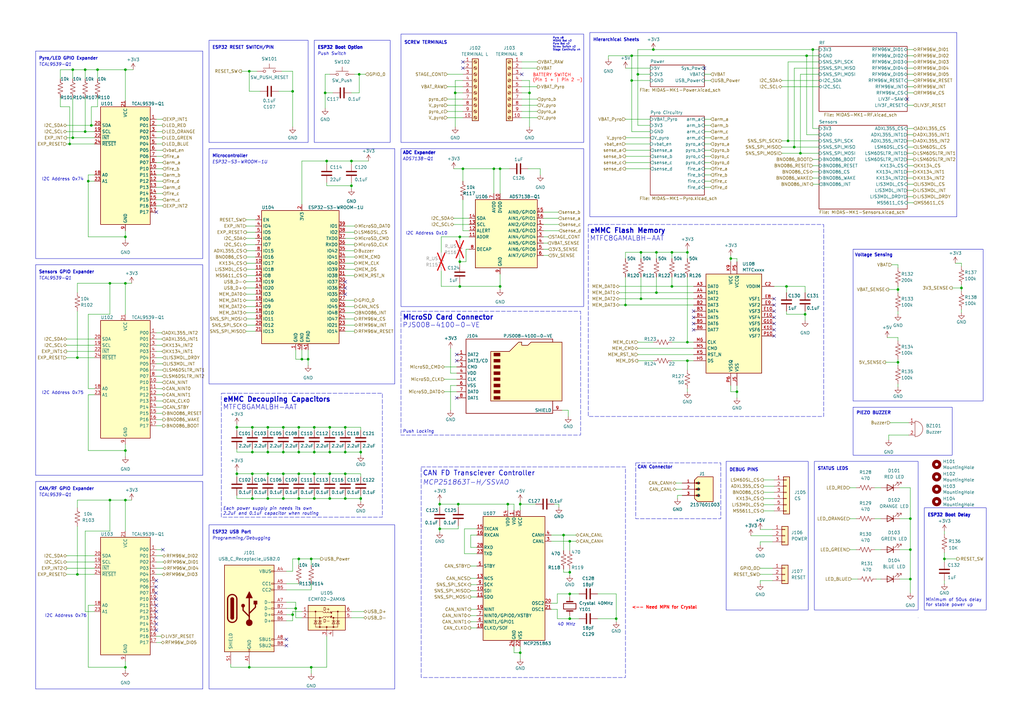
<source format=kicad_sch>
(kicad_sch (version 20230121) (generator eeschema)
  (paper "A3")
  (title_block (title "MIDAS SRAD Altimeter MK1") (date "2023-09-15") (rev "A") (company "Illinois Space Society") (comment 3 "Peter Giannetos") (comment 4 "Contributors: Thomas McManamen, Theodore Ng, Quinn Athas, Jacob Johnson, Jason Yan, "))
  (lib_symbols
    (symbol "ADC_Texas:ADS7138-Q1"
      (property "Reference" "U" (at -12.065 14.605 0))
      (property "Value" "ADS7138-Q1" (at 6.985 14.605 0))
      (symbol "ADS7138-Q1_0_0"
        (pin unspecified line (at 15.24 2.54 180) (length 2.54) (name "ANI2/GPIO2") (number "1"))
        (pin unspecified line (at -2.54 15.24 270) (length 2.54) (name "DVDD") (number "10"))
        (pin unspecified line (at -15.24 -2.54 0) (length 2.54) (name "ADDR") (number "11"))
        (pin unspecified line (at -15.24 0 0) (length 2.54) (name "ALERT") (number "12"))
        (pin unspecified line (at -15.24 2.54 0) (length 2.54) (name "SCL") (number "13"))
        (pin unspecified line (at -15.24 5.08 0) (length 2.54) (name "SDA") (number "14"))
        (pin unspecified line (at 15.24 7.62 180) (length 2.54) (name "AIN0/GPIO0") (number "15"))
        (pin unspecified line (at 15.24 5.08 180) (length 2.54) (name "AIN1/GPIO1") (number "16"))
        (pin unspecified line (at 15.24 0 180) (length 2.54) (name "AIN3/GPIO3") (number "2"))
        (pin unspecified line (at 15.24 -2.54 180) (length 2.54) (name "AIN4/GPIO4") (number "3"))
        (pin unspecified line (at 15.24 -5.08 180) (length 2.54) (name "AIN5/GPIO5") (number "4"))
        (pin unspecified line (at 15.24 -7.62 180) (length 2.54) (name "AIN6/GPIO6") (number "5"))
        (pin unspecified line (at 15.24 -10.16 180) (length 2.54) (name "AIN7/GPIO7") (number "6"))
        (pin unspecified line (at -5.08 15.24 270) (length 2.54) (name "AVDD") (number "7"))
        (pin unspecified line (at -15.24 -7.62 0) (length 2.54) (name "DECAP") (number "8"))
        (pin unspecified line (at -2.54 -17.78 90) (length 2.54) (name "GND") (number "9"))
      )
      (symbol "ADS7138-Q1_1_0"
        (pin unspecified line (at -2.54 -17.78 90) (length 2.54) hide (name "EPAD") (number "17"))
      )
    )
    (symbol "Connector:Screw_Terminal_01x10" (pin_names (offset 1.016) hide)
      (property "Reference" "J" (at 0 12.7 0))
      (property "Value" "Screw_Terminal_01x10" (at 0 -15.24 0))
      (symbol "Screw_Terminal_01x10_1_1"
        (pin passive line (at -5.08 10.16 0) (length 3.81) (name "Pin_1") (number "1"))
        (pin passive line (at -5.08 -12.7 0) (length 3.81) (name "Pin_10") (number "10"))
        (pin passive line (at -5.08 7.62 0) (length 3.81) (name "Pin_2") (number "2"))
        (pin passive line (at -5.08 5.08 0) (length 3.81) (name "Pin_3") (number "3"))
        (pin passive line (at -5.08 2.54 0) (length 3.81) (name "Pin_4") (number "4"))
        (pin passive line (at -5.08 0 0) (length 3.81) (name "Pin_5") (number "5"))
        (pin passive line (at -5.08 -2.54 0) (length 3.81) (name "Pin_6") (number "6"))
        (pin passive line (at -5.08 -5.08 0) (length 3.81) (name "Pin_7") (number "7"))
        (pin passive line (at -5.08 -7.62 0) (length 3.81) (name "Pin_8") (number "8"))
        (pin passive line (at -5.08 -10.16 0) (length 3.81) (name "Pin_9") (number "9"))
      )
    )
    (symbol "Connector:USB_C_Receptacle_USB2.0" (pin_names (offset 1.016))
      (property "Reference" "J" (at -10.16 19.05 0))
      (property "Value" "USB_C_Receptacle_USB2.0" (at 19.05 19.05 0))
      (symbol "USB_C_Receptacle_USB2.0_1_1"
        (pin passive line (at 0 -22.86 90) (length 5.08) (name "GND") (number "A1"))
        (pin passive line (at 0 -22.86 90) (length 5.08) hide (name "GND") (number "A12"))
        (pin passive line (at 15.24 15.24 180) (length 5.08) (name "VBUS") (number "A4"))
        (pin bidirectional line (at 15.24 10.16 180) (length 5.08) (name "CC1") (number "A5"))
        (pin bidirectional line (at 15.24 -2.54 180) (length 5.08) (name "D+") (number "A6"))
        (pin bidirectional line (at 15.24 2.54 180) (length 5.08) (name "D-") (number "A7"))
        (pin bidirectional line (at 15.24 -12.7 180) (length 5.08) (name "SBU1") (number "A8"))
        (pin passive line (at 15.24 15.24 180) (length 5.08) hide (name "VBUS") (number "A9"))
        (pin passive line (at 0 -22.86 90) (length 5.08) hide (name "GND") (number "B1"))
        (pin passive line (at 0 -22.86 90) (length 5.08) hide (name "GND") (number "B12"))
        (pin passive line (at 15.24 15.24 180) (length 5.08) hide (name "VBUS") (number "B4"))
        (pin bidirectional line (at 15.24 7.62 180) (length 5.08) (name "CC2") (number "B5"))
        (pin bidirectional line (at 15.24 -5.08 180) (length 5.08) (name "D+") (number "B6"))
        (pin bidirectional line (at 15.24 0 180) (length 5.08) (name "D-") (number "B7"))
        (pin bidirectional line (at 15.24 -15.24 180) (length 5.08) (name "SBU2") (number "B8"))
        (pin passive line (at 15.24 15.24 180) (length 5.08) hide (name "VBUS") (number "B9"))
        (pin passive line (at -7.62 -22.86 90) (length 5.08) (name "SHIELD") (number "S1"))
      )
    )
    (symbol "Connector_CAN_Molex:2157601003" (pin_names (offset 1.016))
      (property "Reference" "J108" (at 8.89 1.27 0))
      (property "Value" "2157601003" (at 8.89 -1.27 0))
      (symbol "2157601003_0_0"
        (pin passive line (at -5.08 2.54 0) (length 5.08) (name "1") (number "1"))
        (pin passive line (at -5.08 0 0) (length 5.08) (name "2") (number "2"))
        (pin passive line (at -5.08 -2.54 0) (length 5.08) (name "3") (number "3"))
      )
    )
    (symbol "Connector_Generic:Conn_01x03" (pin_names (offset 1.016) hide)
      (property "Reference" "J" (at 0 5.08 0))
      (property "Value" "Conn_01x03" (at 0 -5.08 0))
      (symbol "Conn_01x03_1_1"
        (pin passive line (at -5.08 2.54 0) (length 3.81) (name "Pin_1") (number "1"))
        (pin passive line (at -5.08 0 0) (length 3.81) (name "Pin_2") (number "2"))
        (pin passive line (at -5.08 -2.54 0) (length 3.81) (name "Pin_3") (number "3"))
      )
    )
    (symbol "Connector_Generic:Conn_01x06" (pin_names (offset 1.016) hide)
      (property "Reference" "J" (at 0 7.62 0))
      (property "Value" "Conn_01x06" (at 0 -10.16 0))
      (symbol "Conn_01x06_1_1"
        (pin passive line (at -5.08 5.08 0) (length 3.81) (name "Pin_1") (number "1"))
        (pin passive line (at -5.08 2.54 0) (length 3.81) (name "Pin_2") (number "2"))
        (pin passive line (at -5.08 0 0) (length 3.81) (name "Pin_3") (number "3"))
        (pin passive line (at -5.08 -2.54 0) (length 3.81) (name "Pin_4") (number "4"))
        (pin passive line (at -5.08 -5.08 0) (length 3.81) (name "Pin_5") (number "5"))
        (pin passive line (at -5.08 -7.62 0) (length 3.81) (name "Pin_6") (number "6"))
      )
    )
    (symbol "Connector_Yamaichi:PJS008-4100-0-VE"
      (property "Reference" "J" (at -19.05 16.51 0))
      (property "Value" "PJS008-4100-0-VE" (at -3.175 16.51 0))
      (symbol "PJS008-4100-0-VE_1_1"
        (pin bidirectional line (at -22.86 7.62 0) (length 3.81) (name "DAT2") (number "1"))
        (pin bidirectional line (at -22.86 5.08 0) (length 3.81) (name "DAT3/CD") (number "2"))
        (pin input line (at -22.86 2.54 0) (length 3.81) (name "CMD") (number "3"))
        (pin power_in line (at -22.86 0 0) (length 3.81) (name "VDD") (number "4"))
        (pin input line (at -22.86 -2.54 0) (length 3.81) (name "CLK") (number "5"))
        (pin power_in line (at -22.86 -5.08 0) (length 3.81) (name "VSS") (number "6"))
        (pin bidirectional line (at -22.86 -7.62 0) (length 3.81) (name "DAT0") (number "7"))
        (pin bidirectional line (at -22.86 -10.16 0) (length 3.81) (name "DAT1") (number "8"))
        (pin passive line (at 20.32 -15.24 180) (length 3.81) (name "SHIELD") (number "9"))
      )
    )
    (symbol "Device:Buzzer" (pin_names (offset 0.0254) hide)
      (property "Reference" "BZ" (at 3.81 1.27 0))
      (property "Value" "Buzzer" (at 3.81 -1.27 0))
      (symbol "Buzzer_1_1"
        (pin passive line (at -2.54 2.54 0) (length 2.54) (name "-") (number "1"))
        (pin passive line (at -2.54 -2.54 0) (length 2.54) (name "+") (number "2"))
      )
    )
    (symbol "Device:C" (pin_numbers hide) (pin_names (offset 0.254))
      (property "Reference" "C" (at 0.635 2.54 0))
      (property "Value" "C" (at 0.635 -2.54 0))
      (symbol "C_1_1"
        (pin passive line (at 0 3.81 270) (length 2.794) (name "~") (number "1"))
        (pin passive line (at 0 -3.81 90) (length 2.794) (name "~") (number "2"))
      )
    )
    (symbol "Device:Crystal" (pin_numbers hide) (pin_names (offset 1.016) hide)
      (property "Reference" "Y" (at 0 3.81 0))
      (property "Value" "Crystal" (at 0 -3.81 0))
      (symbol "Crystal_1_1"
        (pin passive line (at -3.81 0 0) (length 1.27) (name "1") (number "1"))
        (pin passive line (at 3.81 0 180) (length 1.27) (name "2") (number "2"))
      )
    )
    (symbol "Device:LED" (pin_numbers hide) (pin_names (offset 1.016) hide)
      (property "Reference" "D" (at 0 2.54 0))
      (property "Value" "LED" (at 0 -2.54 0))
      (symbol "LED_1_1"
        (pin passive line (at -3.81 0 0) (length 2.54) (name "K") (number "1"))
        (pin passive line (at 3.81 0 180) (length 2.54) (name "A") (number "2"))
      )
    )
    (symbol "Device:R_US" (pin_numbers hide) (pin_names (offset 0))
      (property "Reference" "R" (at 2.54 0 90))
      (property "Value" "R_US" (at -2.54 0 90))
      (symbol "R_US_1_1"
        (pin passive line (at 0 3.81 270) (length 1.27) (name "~") (number "1"))
        (pin passive line (at 0 -3.81 90) (length 1.27) (name "~") (number "2"))
      )
    )
    (symbol "Expander_Texas:TCAL9539-Q1"
      (property "Reference" "U" (at -12.065 24.765 0))
      (property "Value" "TCAL9539-Q1" (at 10.16 24.765 0))
      (symbol "TCAL9539-Q1_0_0"
        (pin bidirectional line (at 12.7 17.78 180) (length 2.54) (name "P00") (number "1"))
        (pin bidirectional line (at 12.7 -2.54 180) (length 2.54) (name "P10") (number "10"))
        (pin bidirectional line (at 12.7 -5.08 180) (length 2.54) (name "P11") (number "11"))
        (pin bidirectional line (at 12.7 -7.62 180) (length 2.54) (name "P12") (number "12"))
        (pin bidirectional line (at 12.7 -10.16 180) (length 2.54) (name "P13") (number "13"))
        (pin bidirectional line (at 12.7 -12.7 180) (length 2.54) (name "P14") (number "14"))
        (pin bidirectional line (at 12.7 -15.24 180) (length 2.54) (name "P15") (number "15"))
        (pin bidirectional line (at 12.7 -17.78 180) (length 2.54) (name "P16") (number "16"))
        (pin bidirectional line (at 12.7 -20.32 180) (length 2.54) (name "P17") (number "17"))
        (pin input line (at -12.7 -5.08 0) (length 2.54) (name "A0") (number "18"))
        (pin input line (at -12.7 12.7 0) (length 2.54) (name "SCL") (number "19"))
        (pin bidirectional line (at 12.7 15.24 180) (length 2.54) (name "P01") (number "2"))
        (pin bidirectional line (at -12.7 15.24 0) (length 2.54) (name "SDA") (number "20"))
        (pin power_in line (at 0 25.4 270) (length 2.54) (name "VCC") (number "21"))
        (pin output line (at -12.7 10.16 0) (length 2.54) (name "~{INT}") (number "22"))
        (pin input line (at -12.7 -7.62 0) (length 2.54) (name "A1") (number "23"))
        (pin input line (at -12.7 7.62 0) (length 2.54) (name "~{RESET}") (number "24"))
        (pin bidirectional line (at 12.7 12.7 180) (length 2.54) (name "P02") (number "3"))
        (pin input line (at 12.7 10.16 180) (length 2.54) (name "P03") (number "4"))
        (pin bidirectional line (at 12.7 7.62 180) (length 2.54) (name "P04") (number "5"))
        (pin bidirectional line (at 12.7 5.08 180) (length 2.54) (name "P05") (number "6"))
        (pin bidirectional line (at 12.7 2.54 180) (length 2.54) (name "P06") (number "7"))
        (pin bidirectional line (at 12.7 0 180) (length 2.54) (name "P07") (number "8"))
        (pin power_in line (at 0 -27.94 90) (length 2.54) (name "GND") (number "9"))
      )
      (symbol "TCAL9539-Q1_1_0"
        (pin power_in line (at 0 -27.94 90) (length 2.54) hide (name "GND") (number "25"))
      )
    )
    (symbol "Interface_CAN_Microchip:MCP251863" (pin_names (offset 0.254))
      (property "Reference" "U" (at -12.065 27.305 0))
      (property "Value" "MCP251863" (at 10.16 -27.305 0))
      (symbol "MCP251863_0_1"
        (pin power_in line (at 0 27.94 270) (length 2.54) (name "VIO") (number "1"))
        (pin input line (at -15.24 -5.08 0) (length 2.54) (name "SDI") (number "10"))
        (pin output line (at -15.24 -7.62 0) (length 2.54) (name "SDO") (number "11"))
        (pin input line (at -15.24 0 0) (length 2.54) (name "NCS") (number "13"))
        (pin power_in line (at -2.54 27.94 270) (length 2.54) (name "VDD") (number "14"))
        (pin output line (at -15.24 20.32 0) (length 2.54) (name "TXCAN") (number "15"))
        (pin input line (at -15.24 17.78 0) (length 2.54) (name "RXCAN") (number "16"))
        (pin output line (at -15.24 -20.32 0) (length 2.54) (name "CLKO/SOF") (number "18"))
        (pin output line (at -15.24 -12.7 0) (length 2.54) (name "NINT") (number "19"))
        (pin output line (at 15.24 -10.16 180) (length 2.54) (name "OSC2") (number "20"))
        (pin input line (at 15.24 -12.7 180) (length 2.54) (name "OSC1") (number "21"))
        (pin power_in line (at 2.54 -27.94 90) (length 2.54) (name "VSS") (number "22"))
        (pin input line (at -15.24 10.16 0) (length 2.54) (name "TXD") (number "23"))
        (pin power_in line (at 0 -27.94 90) (length 2.54) (name "GND") (number "24"))
        (pin power_in line (at 2.54 27.94 270) (length 2.54) (name "VCC") (number "25"))
        (pin output line (at -15.24 12.7 0) (length 2.54) (name "RXD") (number "28"))
        (pin bidirectional line (at 15.24 15.24 180) (length 2.54) (name "CANL") (number "3"))
        (pin bidirectional line (at 15.24 17.78 180) (length 2.54) (name "CANH") (number "4"))
        (pin input line (at -15.24 5.08 0) (length 2.54) (name "STBY") (number "5"))
        (pin bidirectional line (at -15.24 -17.78 0) (length 2.54) (name "NINT1/GPIO1") (number "6"))
        (pin bidirectional line (at -15.24 -15.24 0) (length 2.54) (name "NINT0/GPIO0/XSTBY") (number "7"))
        (pin input line (at -15.24 -2.54 0) (length 2.54) (name "SCK") (number "9"))
      )
      (symbol "MCP251863_1_1"
        (pin no_connect line (at 15.24 -22.86 180) (length 2.54) hide (name "NC") (number "12"))
        (pin no_connect line (at 15.24 -22.86 180) (length 2.54) hide (name "NC") (number "17"))
        (pin no_connect line (at 15.24 -22.86 180) (length 2.54) hide (name "NC") (number "2"))
        (pin no_connect line (at 15.24 -22.86 180) (length 2.54) hide (name "NC") (number "26"))
        (pin no_connect line (at 15.24 -22.86 180) (length 2.54) hide (name "NC") (number "27"))
        (pin no_connect line (at 15.24 -22.86 180) (length 2.54) hide (name "NC") (number "8"))
      )
    )
    (symbol "MCU_ESP32:ESP32-S3-WROOM-1U"
      (property "Reference" "U" (at -15.24 29.21 0))
      (property "Value" "ESP32-S3-WROOM-1U" (at 13.97 29.21 0))
      (symbol "ESP32-S3-WROOM-1U_1_1"
        (pin power_in line (at -2.54 -29.21 90) (length 2.54) (name "GND") (number "1"))
        (pin bidirectional line (at -19.05 6.35 0) (length 2.54) (name "IO17") (number "10"))
        (pin bidirectional line (at -19.05 3.81 0) (length 2.54) (name "IO18") (number "11"))
        (pin bidirectional line (at -19.05 1.27 0) (length 2.54) (name "IO8") (number "12"))
        (pin bidirectional line (at -19.05 -1.27 0) (length 2.54) (name "IO19") (number "13"))
        (pin bidirectional line (at -19.05 -3.81 0) (length 2.54) (name "IO20") (number "14"))
        (pin bidirectional line (at -19.05 -6.35 0) (length 2.54) (name "IO3") (number "15"))
        (pin bidirectional line (at -19.05 -8.89 0) (length 2.54) (name "IO46") (number "16"))
        (pin bidirectional line (at -19.05 -11.43 0) (length 2.54) (name "IO9") (number "17"))
        (pin bidirectional line (at -19.05 -13.97 0) (length 2.54) (name "IO10") (number "18"))
        (pin bidirectional line (at -19.05 -16.51 0) (length 2.54) (name "IO11") (number "19"))
        (pin power_in line (at 0 30.48 270) (length 2.54) (name "3V3") (number "2"))
        (pin bidirectional line (at -19.05 -19.05 0) (length 2.54) (name "IO12") (number "20"))
        (pin bidirectional line (at -19.05 -21.59 0) (length 2.54) (name "IO13") (number "21"))
        (pin bidirectional line (at 17.78 -21.59 180) (length 2.54) (name "IO14") (number "22"))
        (pin bidirectional line (at 17.78 -19.05 180) (length 2.54) (name "IO21") (number "23"))
        (pin bidirectional line (at 17.78 -16.51 180) (length 2.54) (name "IO47") (number "24"))
        (pin bidirectional line (at 17.78 -13.97 180) (length 2.54) (name "IO48") (number "25"))
        (pin bidirectional line (at 17.78 -11.43 180) (length 2.54) (name "IO45") (number "26"))
        (pin bidirectional line (at 17.78 -8.89 180) (length 2.54) (name "IO0") (number "27"))
        (pin bidirectional line (at 17.78 -6.35 180) (length 2.54) (name "IO35") (number "28"))
        (pin bidirectional line (at 17.78 -3.81 180) (length 2.54) (name "IO36") (number "29"))
        (pin input line (at -19.05 24.13 0) (length 2.54) (name "EN") (number "3"))
        (pin bidirectional line (at 17.78 -1.27 180) (length 2.54) (name "IO37") (number "30"))
        (pin bidirectional line (at 17.78 1.27 180) (length 2.54) (name "IO38") (number "31"))
        (pin bidirectional line (at 17.78 3.81 180) (length 2.54) (name "IO39") (number "32"))
        (pin bidirectional line (at 17.78 6.35 180) (length 2.54) (name "IO40") (number "33"))
        (pin bidirectional line (at 17.78 8.89 180) (length 2.54) (name "IO41") (number "34"))
        (pin bidirectional line (at 17.78 11.43 180) (length 2.54) (name "IO42") (number "35"))
        (pin bidirectional line (at 17.78 13.97 180) (length 2.54) (name "RXD0") (number "36"))
        (pin bidirectional line (at 17.78 16.51 180) (length 2.54) (name "TXD0") (number "37"))
        (pin bidirectional line (at 17.78 19.05 180) (length 2.54) (name "IO2") (number "38"))
        (pin bidirectional line (at 17.78 21.59 180) (length 2.54) (name "IO1") (number "39"))
        (pin bidirectional line (at -19.05 21.59 0) (length 2.54) (name "IO4") (number "4"))
        (pin power_in line (at 0 -29.21 90) (length 2.54) (name "GND") (number "40"))
        (pin power_out line (at 2.54 -29.21 90) (length 2.54) (name "EPAD") (number "41"))
        (pin bidirectional line (at -19.05 19.05 0) (length 2.54) (name "IO5") (number "5"))
        (pin bidirectional line (at -19.05 16.51 0) (length 2.54) (name "IO6") (number "6"))
        (pin bidirectional line (at -19.05 13.97 0) (length 2.54) (name "IO7") (number "7"))
        (pin bidirectional line (at -19.05 11.43 0) (length 2.54) (name "IO15") (number "8"))
        (pin bidirectional line (at -19.05 8.89 0) (length 2.54) (name "IO16") (number "9"))
      )
    )
    (symbol "Mechanical:MountingHole" (pin_names (offset 1.016))
      (property "Reference" "H" (at 0 5.08 0))
      (property "Value" "MountingHole" (at 0 3.175 0))
    )
    (symbol "Memory_eMMC_Micron:MTFCxxxx"
      (property "Reference" "U" (at -12.7 22.86 0))
      (property "Value" "MTFCxxxx" (at 2.54 22.86 0))
      (symbol "MTFCxxxx_1_1"
        (pin no_connect line (at 15.24 -10.16 180) (length 5.08) hide (name "NC_1") (number "A1"))
        (pin no_connect line (at 15.24 -10.16 180) (length 5.08) hide (name "NC_5") (number "A10"))
        (pin no_connect line (at 15.24 -10.16 180) (length 5.08) hide (name "NC_6") (number "A11"))
        (pin no_connect line (at 15.24 -10.16 180) (length 5.08) hide (name "NC_7") (number "A12"))
        (pin no_connect line (at 15.24 -10.16 180) (length 5.08) hide (name "NC_8") (number "A13"))
        (pin no_connect line (at 15.24 -10.16 180) (length 5.08) hide (name "NC_9") (number "A14"))
        (pin no_connect line (at 15.24 -10.16 180) (length 5.08) hide (name "NC_2") (number "A2"))
        (pin bidirectional line (at -17.78 15.24 0) (length 5.08) (name "DAT0") (number "A3"))
        (pin bidirectional line (at -17.78 12.7 0) (length 5.08) (name "DAT1") (number "A4"))
        (pin bidirectional line (at -17.78 10.16 0) (length 5.08) (name "DAT2") (number "A5"))
        (pin power_in line (at 0 -25.4 90) (length 5.08) hide (name "VSS") (number "A6"))
        (pin no_connect line (at 15.24 -12.7 180) (length 5.08) hide (name "RFU_1") (number "A7"))
        (pin no_connect line (at 15.24 -10.16 180) (length 5.08) hide (name "NC_3") (number "A8"))
        (pin no_connect line (at 15.24 -10.16 180) (length 5.08) hide (name "NC_4") (number "A9"))
        (pin no_connect line (at 15.24 -10.16 180) (length 5.08) hide (name "NC_10") (number "B1"))
        (pin no_connect line (at 15.24 -10.16 180) (length 5.08) hide (name "NC_14") (number "B10"))
        (pin no_connect line (at 15.24 -10.16 180) (length 5.08) hide (name "NC_15") (number "B11"))
        (pin no_connect line (at 15.24 -10.16 180) (length 5.08) hide (name "NC_16") (number "B12"))
        (pin no_connect line (at 15.24 -10.16 180) (length 5.08) hide (name "NC_17") (number "B13"))
        (pin no_connect line (at 15.24 -10.16 180) (length 5.08) hide (name "NC_18") (number "B14"))
        (pin bidirectional line (at -17.78 7.62 0) (length 5.08) (name "DAT3") (number "B2"))
        (pin bidirectional line (at -17.78 5.08 0) (length 5.08) (name "DAT4") (number "B3"))
        (pin bidirectional line (at -17.78 2.54 0) (length 5.08) (name "DAT5") (number "B4"))
        (pin bidirectional line (at -17.78 0 0) (length 5.08) (name "DAT6") (number "B5"))
        (pin bidirectional line (at -17.78 -2.54 0) (length 5.08) (name "DAT7") (number "B6"))
        (pin no_connect line (at 15.24 -10.16 180) (length 5.08) hide (name "NC_11") (number "B7"))
        (pin no_connect line (at 15.24 -10.16 180) (length 5.08) hide (name "NC_12") (number "B8"))
        (pin no_connect line (at 15.24 -10.16 180) (length 5.08) hide (name "NC_13") (number "B9"))
        (pin no_connect line (at 15.24 -10.16 180) (length 5.08) hide (name "NC_19") (number "C1"))
        (pin no_connect line (at 15.24 -10.16 180) (length 5.08) hide (name "NC_25") (number "C10"))
        (pin no_connect line (at 15.24 -10.16 180) (length 5.08) hide (name "NC_26") (number "C11"))
        (pin no_connect line (at 15.24 -10.16 180) (length 5.08) hide (name "NC_27") (number "C12"))
        (pin no_connect line (at 15.24 -10.16 180) (length 5.08) hide (name "NC_28") (number "C13"))
        (pin no_connect line (at 15.24 -10.16 180) (length 5.08) hide (name "NC_29") (number "C14"))
        (pin power_in line (at 15.24 15.24 180) (length 5.08) (name "VDDIM") (number "C2"))
        (pin no_connect line (at 15.24 -10.16 180) (length 5.08) hide (name "NC_20") (number "C3"))
        (pin power_in line (at -2.54 -25.4 90) (length 5.08) hide (name "VSSQ") (number "C4"))
        (pin no_connect line (at 15.24 -10.16 180) (length 5.08) hide (name "NC_21") (number "C5"))
        (pin power_in line (at 0 25.4 270) (length 5.08) hide (name "VCCQ") (number "C6"))
        (pin no_connect line (at 15.24 -10.16 180) (length 5.08) hide (name "NC_22") (number "C7"))
        (pin no_connect line (at 15.24 -10.16 180) (length 5.08) hide (name "NC_23") (number "C8"))
        (pin no_connect line (at 15.24 -10.16 180) (length 5.08) hide (name "NC_24") (number "C9"))
        (pin no_connect line (at 15.24 -10.16 180) (length 5.08) hide (name "NC_30") (number "D1"))
        (pin no_connect line (at 15.24 -10.16 180) (length 5.08) hide (name "NC_34") (number "D12"))
        (pin no_connect line (at 15.24 -10.16 180) (length 5.08) hide (name "NC_35") (number "D13"))
        (pin no_connect line (at 15.24 -10.16 180) (length 5.08) hide (name "NC_36") (number "D14"))
        (pin no_connect line (at 15.24 -10.16 180) (length 5.08) hide (name "NC_31") (number "D2"))
        (pin no_connect line (at 15.24 -10.16 180) (length 5.08) hide (name "NC_32") (number "D3"))
        (pin no_connect line (at 15.24 -10.16 180) (length 5.08) hide (name "NC_33") (number "D4"))
        (pin no_connect line (at 15.24 -10.16 180) (length 5.08) hide (name "NC_37") (number "E1"))
        (pin bidirectional line (at 15.24 5.08 180) (length 5.08) (name "VSF3") (number "E10"))
        (pin no_connect line (at 15.24 -10.16 180) (length 5.08) hide (name "NC_40") (number "E12"))
        (pin no_connect line (at 15.24 -10.16 180) (length 5.08) hide (name "NC_41") (number "E13"))
        (pin no_connect line (at 15.24 -10.16 180) (length 5.08) hide (name "NC_42") (number "E14"))
        (pin no_connect line (at 15.24 -10.16 180) (length 5.08) hide (name "NC_38") (number "E2"))
        (pin no_connect line (at 15.24 -10.16 180) (length 5.08) hide (name "NC_39") (number "E3"))
        (pin no_connect line (at 15.24 -12.7 180) (length 5.08) hide (name "RFU_2") (number "E5"))
        (pin power_in line (at -2.54 25.4 270) (length 5.08) hide (name "VCC") (number "E6"))
        (pin power_in line (at 0 -25.4 90) (length 5.08) hide (name "VSS") (number "E7"))
        (pin bidirectional line (at 15.24 10.16 180) (length 5.08) (name "VSF1") (number "E8"))
        (pin bidirectional line (at 15.24 7.62 180) (length 5.08) (name "VSF2") (number "E9"))
        (pin no_connect line (at 15.24 -10.16 180) (length 5.08) hide (name "NC_43") (number "F1"))
        (pin bidirectional line (at 15.24 2.54 180) (length 5.08) (name "VSF4") (number "F10"))
        (pin no_connect line (at 15.24 -10.16 180) (length 5.08) hide (name "NC_46") (number "F12"))
        (pin no_connect line (at 15.24 -10.16 180) (length 5.08) hide (name "NC_47") (number "F13"))
        (pin no_connect line (at 15.24 -10.16 180) (length 5.08) hide (name "NC_48") (number "F14"))
        (pin no_connect line (at 15.24 -10.16 180) (length 5.08) hide (name "NC_44") (number "F2"))
        (pin no_connect line (at 15.24 -10.16 180) (length 5.08) hide (name "NC_45") (number "F3"))
        (pin power_in line (at -2.54 25.4 270) (length 5.08) hide (name "VCC") (number "F5"))
        (pin no_connect line (at 15.24 -10.16 180) (length 5.08) hide (name "NC_49") (number "G1"))
        (pin bidirectional line (at 15.24 0 180) (length 5.08) (name "VSF5") (number "G10"))
        (pin no_connect line (at 15.24 -10.16 180) (length 5.08) hide (name "NC_52") (number "G12"))
        (pin no_connect line (at 15.24 -10.16 180) (length 5.08) hide (name "NC_53") (number "G13"))
        (pin no_connect line (at 15.24 -10.16 180) (length 5.08) hide (name "NC_54") (number "G14"))
        (pin no_connect line (at 15.24 -10.16 180) (length 5.08) hide (name "NC_50") (number "G2"))
        (pin no_connect line (at 15.24 -10.16 180) (length 5.08) hide (name "NC_51") (number "G3"))
        (pin power_in line (at 0 -25.4 90) (length 5.08) hide (name "VSS") (number "G5"))
        (pin no_connect line (at 15.24 -10.16 180) (length 5.08) hide (name "NC_55") (number "H1"))
        (pin power_in line (at 0 -25.4 90) (length 5.08) hide (name "VSS") (number "H10"))
        (pin no_connect line (at 15.24 -10.16 180) (length 5.08) hide (name "NC_58") (number "H12"))
        (pin no_connect line (at 15.24 -10.16 180) (length 5.08) hide (name "NC_59") (number "H13"))
        (pin no_connect line (at 15.24 -10.16 180) (length 5.08) hide (name "NC_60") (number "H14"))
        (pin no_connect line (at 15.24 -10.16 180) (length 5.08) hide (name "NC_56") (number "H2"))
        (pin no_connect line (at 15.24 -10.16 180) (length 5.08) hide (name "NC_57") (number "H3"))
        (pin output line (at -17.78 -15.24 0) (length 5.08) (name "DS") (number "H5"))
        (pin no_connect line (at 15.24 -10.16 180) (length 5.08) hide (name "NC_61") (number "J1"))
        (pin power_in line (at -2.54 25.4 270) (length 5.08) hide (name "VCC") (number "J10"))
        (pin no_connect line (at 15.24 -10.16 180) (length 5.08) hide (name "NC_64") (number "J12"))
        (pin no_connect line (at 15.24 -10.16 180) (length 5.08) hide (name "NC_65") (number "J13"))
        (pin no_connect line (at 15.24 -10.16 180) (length 5.08) hide (name "NC_66") (number "J14"))
        (pin no_connect line (at 15.24 -10.16 180) (length 5.08) hide (name "NC_62") (number "J2"))
        (pin no_connect line (at 15.24 -10.16 180) (length 5.08) hide (name "NC_63") (number "J3"))
        (pin power_in line (at 0 -25.4 90) (length 5.08) (name "VSS") (number "J5"))
        (pin no_connect line (at 15.24 -10.16 180) (length 5.08) hide (name "NC_67") (number "K1"))
        (pin bidirectional line (at 15.24 -2.54 180) (length 5.08) (name "VSF6") (number "K10"))
        (pin no_connect line (at 15.24 -10.16 180) (length 5.08) hide (name "NC_70") (number "K12"))
        (pin no_connect line (at 15.24 -10.16 180) (length 5.08) hide (name "NC_71") (number "K13"))
        (pin no_connect line (at 15.24 -10.16 180) (length 5.08) hide (name "NC_72") (number "K14"))
        (pin no_connect line (at 15.24 -10.16 180) (length 5.08) hide (name "NC_68") (number "K2"))
        (pin no_connect line (at 15.24 -10.16 180) (length 5.08) hide (name "NC_69") (number "K3"))
        (pin input line (at -17.78 -12.7 0) (length 5.08) (name "RST_N") (number "K5"))
        (pin no_connect line (at 15.24 -12.7 180) (length 5.08) hide (name "RFU_3") (number "K6"))
        (pin no_connect line (at 15.24 -12.7 180) (length 5.08) hide (name "RFU_4") (number "K7"))
        (pin power_in line (at -2.54 -25.4 90) (length 5.08) hide (name "VSS") (number "K8"))
        (pin power_in line (at -2.54 25.4 270) (length 5.08) (name "VCC") (number "K9"))
        (pin no_connect line (at 15.24 -10.16 180) (length 5.08) hide (name "NC_73") (number "L1"))
        (pin no_connect line (at 15.24 -10.16 180) (length 5.08) hide (name "NC_76") (number "L12"))
        (pin no_connect line (at 15.24 -10.16 180) (length 5.08) hide (name "NC_77") (number "L13"))
        (pin no_connect line (at 15.24 -10.16 180) (length 5.08) hide (name "NC_78") (number "L14"))
        (pin no_connect line (at 15.24 -10.16 180) (length 5.08) hide (name "NC_74") (number "L2"))
        (pin no_connect line (at 15.24 -10.16 180) (length 5.08) hide (name "NC_75") (number "L3"))
        (pin no_connect line (at 15.24 -10.16 180) (length 5.08) hide (name "NC_79") (number "M1"))
        (pin no_connect line (at 15.24 -10.16 180) (length 5.08) hide (name "NC_85") (number "M10"))
        (pin no_connect line (at 15.24 -10.16 180) (length 5.08) hide (name "NC_86") (number "M11"))
        (pin no_connect line (at 15.24 -10.16 180) (length 5.08) hide (name "NC_87") (number "M12"))
        (pin no_connect line (at 15.24 -10.16 180) (length 5.08) hide (name "NC_88") (number "M13"))
        (pin no_connect line (at 15.24 -10.16 180) (length 5.08) hide (name "NC_89") (number "M14"))
        (pin no_connect line (at 15.24 -10.16 180) (length 5.08) hide (name "NC_80") (number "M2"))
        (pin no_connect line (at 15.24 -10.16 180) (length 5.08) hide (name "NC_81") (number "M3"))
        (pin power_in line (at 0 25.4 270) (length 5.08) hide (name "VCCQ") (number "M4"))
        (pin bidirectional line (at -17.78 -10.16 0) (length 5.08) (name "CMD") (number "M5"))
        (pin input line (at -17.78 -7.62 0) (length 5.08) (name "CLK") (number "M6"))
        (pin no_connect line (at 15.24 -10.16 180) (length 5.08) hide (name "NC_82") (number "M7"))
        (pin no_connect line (at 15.24 -10.16 180) (length 5.08) hide (name "NC_83") (number "M8"))
        (pin no_connect line (at 15.24 -10.16 180) (length 5.08) hide (name "NC_84") (number "M9"))
        (pin no_connect line (at 15.24 -10.16 180) (length 5.08) hide (name "NC_90") (number "N1"))
        (pin no_connect line (at 15.24 -10.16 180) (length 5.08) hide (name "NC_96") (number "N10"))
        (pin no_connect line (at 15.24 -10.16 180) (length 5.08) hide (name "NC_97") (number "N11"))
        (pin no_connect line (at 15.24 -10.16 180) (length 5.08) hide (name "NC_98") (number "N12"))
        (pin no_connect line (at 15.24 -10.16 180) (length 5.08) hide (name "NC_99") (number "N13"))
        (pin no_connect line (at 15.24 -10.16 180) (length 5.08) hide (name "NC_100") (number "N14"))
        (pin power_in line (at -2.54 -25.4 90) (length 5.08) hide (name "VSSQ") (number "N2"))
        (pin no_connect line (at 15.24 -10.16 180) (length 5.08) hide (name "NC_91") (number "N3"))
        (pin power_in line (at 0 25.4 270) (length 5.08) hide (name "VCCQ") (number "N4"))
        (pin power_in line (at -2.54 -25.4 90) (length 5.08) hide (name "VSSQ") (number "N5"))
        (pin no_connect line (at 15.24 -10.16 180) (length 5.08) hide (name "NC_92") (number "N6"))
        (pin no_connect line (at 15.24 -10.16 180) (length 5.08) hide (name "NC_93") (number "N7"))
        (pin no_connect line (at 15.24 -10.16 180) (length 5.08) hide (name "NC_94") (number "N8"))
        (pin no_connect line (at 15.24 -10.16 180) (length 5.08) hide (name "NC_95") (number "N9"))
        (pin no_connect line (at 15.24 -10.16 180) (length 5.08) hide (name "NC_101") (number "P1"))
        (pin bidirectional line (at 15.24 -5.08 180) (length 5.08) (name "VSF7") (number "P10"))
        (pin no_connect line (at 15.24 -10.16 180) (length 5.08) hide (name "NC_106") (number "P11"))
        (pin no_connect line (at 15.24 -10.16 180) (length 5.08) hide (name "NC_107") (number "P12"))
        (pin no_connect line (at 15.24 -10.16 180) (length 5.08) hide (name "NC_108") (number "P13"))
        (pin no_connect line (at 15.24 -10.16 180) (length 5.08) hide (name "NC_109") (number "P14"))
        (pin no_connect line (at 15.24 -10.16 180) (length 5.08) hide (name "NC_102") (number "P2"))
        (pin power_in line (at 0 25.4 270) (length 5.08) hide (name "VCCQ") (number "P3"))
        (pin power_in line (at -2.54 -25.4 90) (length 5.08) hide (name "VSSQ") (number "P4"))
        (pin power_in line (at 0 25.4 270) (length 5.08) (name "VCCQ") (number "P5"))
        (pin power_in line (at -2.54 -25.4 90) (length 5.08) (name "VSSQ") (number "P6"))
        (pin no_connect line (at 15.24 -10.16 180) (length 5.08) hide (name "NC_103") (number "P7"))
        (pin no_connect line (at 15.24 -10.16 180) (length 5.08) hide (name "NC_104") (number "P8"))
        (pin no_connect line (at 15.24 -10.16 180) (length 5.08) hide (name "NC_105") (number "P9"))
      )
    )
    (symbol "Power_Protection:ECMF02-2AMX6" (pin_names (offset 0.0254) hide)
      (property "Reference" "U" (at 0 10.16 0))
      (property "Value" "ECMF02-2AMX6" (at 0 7.62 0))
      (symbol "ECMF02-2AMX6_0_1"
        (text "D+" (at 0 3.556 0) (effects (font (size 1.27 1.27))))
        (text "D-" (at 0 -1.27 0) (effects (font (size 1.27 1.27))))
      )
      (symbol "ECMF02-2AMX6_1_1"
        (pin passive line (at -10.16 2.54 0) (length 2.54) (name "D+_in") (number "1"))
        (pin passive line (at -10.16 0 0) (length 2.54) (name "D-_in") (number "2"))
        (pin power_in line (at 0 -7.62 90) (length 2.54) (name "GND") (number "3"))
        (pin free line (at 2.54 -7.62 90) (length 2.54) (name "NC") (number "4"))
        (pin passive line (at 10.16 0 180) (length 2.54) (name "D-_out") (number "5"))
        (pin passive line (at 10.16 2.54 180) (length 2.54) (name "D+_out") (number "6"))
      )
    )
    (symbol "Switch:SW_Push" (pin_numbers hide) (pin_names (offset 1.016) hide)
      (property "Reference" "SW" (at 1.27 2.54 0))
      (property "Value" "SW_Push" (at 0 -1.524 0))
      (symbol "SW_Push_0_1"
        (pin passive line (at -5.08 0 0) (length 2.54) (name "1") (number "1"))
        (pin passive line (at 5.08 0 180) (length 2.54) (name "2") (number "2"))
      )
    )
    (symbol "power:+3V3" (power) (pin_names (offset 0))
      (property "Value" "+3V3" (at 0 3.556 0))
      (symbol "+3V3_1_1"
        (pin power_in line (at 0 0 90) (length 0) hide (name "+3V3") (number "1"))
      )
    )
    (symbol "power:+5V" (power) (pin_names (offset 0))
      (property "Value" "+5V" (at 0 3.556 0))
      (symbol "+5V_1_1"
        (pin power_in line (at 0 0 90) (length 0) hide (name "+5V") (number "1"))
      )
    )
    (symbol "power:GND" (power) (pin_names (offset 0))
      (property "Value" "GND" (at 0 -3.81 0))
      (symbol "GND_1_1"
        (pin power_in line (at 0 0 270) (length 0) hide (name "GND") (number "1"))
      )
    )
  )
  (junction (at 120.015 252.095))
  (junction (at 373.38 225.425))
  (junction (at 127.635 273.685))
  (junction (at 103.505 204.47))
  (junction (at 208.28 206.756))
  (junction (at 189.865 69.215))
  (junction (at 147.955 204.47))
  (junction (at 205.105 117.475))
  (junction (at 45.085 205.105))
  (junction (at 261.62 30.48))
  (junction (at 373.38 212.725))
  (junction (at 186.69 38.1))
  (junction (at 116.205 204.47))
  (junction (at 259.08 33.02))
  (junction (at 109.855 204.47))
  (junction (at 122.555 185.42))
  (junction (at 267.97 20.32))
  (junction (at 328.295 62.865))
  (junction (at 188.595 97.155))
  (junction (at 51.435 184.785))
  (junction (at 122.555 229.235))
  (junction (at 281.94 147.955))
  (junction (at 281.94 103.505))
  (junction (at 233.68 221.996))
  (junction (at 103.505 185.42))
  (junction (at 37.465 51.435))
  (junction (at 109.855 175.26))
  (junction (at 97.155 194.31))
  (junction (at 135.255 204.47))
  (junction (at 31.75 235.585))
  (junction (at 322.58 117.475))
  (junction (at 275.59 103.505))
  (junction (at 325.755 60.325))
  (junction (at 128.905 185.42))
  (junction (at 187.96 206.756))
  (junction (at 323.215 57.785))
  (junction (at 122.555 204.47))
  (junction (at 256.54 125.095))
  (junction (at 275.59 117.475))
  (junction (at 147.32 30.48))
  (junction (at 51.435 97.155))
  (junction (at 333.375 20.32))
  (junction (at 262.89 122.555))
  (junction (at 122.555 175.26))
  (junction (at 51.435 116.205))
  (junction (at 109.855 194.31))
  (junction (at 40.005 28.575))
  (junction (at 103.505 194.31))
  (junction (at 36.195 74.295))
  (junction (at 29.845 56.515))
  (junction (at 128.905 175.26))
  (junction (at 213.36 267.716))
  (junction (at 133.985 66.04))
  (junction (at 141.605 185.42))
  (junction (at 116.205 175.26))
  (junction (at 147.955 185.42))
  (junction (at 188.595 107.315))
  (junction (at 368.3 118.745))
  (junction (at 269.24 103.505))
  (junction (at 233.68 243.586))
  (junction (at 51.435 28.575))
  (junction (at 34.925 28.575))
  (junction (at 330.835 22.86))
  (junction (at 213.36 206.756))
  (junction (at 28.575 59.055))
  (junction (at 116.205 185.42))
  (junction (at 302.26 160.655))
  (junction (at 102.235 29.21))
  (junction (at 123.825 147.32))
  (junction (at 135.255 194.31))
  (junction (at 128.905 194.31))
  (junction (at 141.605 194.31))
  (junction (at 387.35 229.235))
  (junction (at 122.555 194.31))
  (junction (at 51.435 273.685))
  (junction (at 128.905 204.47))
  (junction (at 330.2 128.905))
  (junction (at 51.435 205.105))
  (junction (at 135.255 175.26))
  (junction (at 188.595 117.475))
  (junction (at 97.155 175.26))
  (junction (at 127.635 229.235))
  (junction (at 281.94 140.335))
  (junction (at 259.08 22.86))
  (junction (at 368.3 148.59))
  (junction (at 135.255 185.42))
  (junction (at 217.17 38.1))
  (junction (at 394.335 118.11))
  (junction (at 205.105 69.215))
  (junction (at 121.285 249.555))
  (junction (at 103.505 175.26))
  (junction (at 252.73 253.746))
  (junction (at 141.605 175.26))
  (junction (at 31.75 146.685))
  (junction (at 180.34 216.916))
  (junction (at 262.89 103.505))
  (junction (at 109.855 185.42))
  (junction (at 144.145 66.04))
  (junction (at 144.145 76.2))
  (junction (at 233.68 234.696))
  (junction (at 299.72 106.045))
  (junction (at 102.235 273.685))
  (junction (at 45.085 116.205))
  (junction (at 269.24 120.015))
  (junction (at 34.925 53.975))
  (junction (at 202.565 69.215))
  (junction (at 141.605 204.47))
  (junction (at 231.14 219.456))
  (junction (at 180.34 206.756))
  (junction (at 126.365 147.32))
  (junction (at 233.68 253.746))
  (junction (at 116.205 194.31))
  (junction (at 29.845 28.575))
  (junction (at 120.015 37.465))
  (junction (at 133.35 38.1))
  (junction (at 373.38 237.49))
  (no_connect (at 189.865 25.4))
  (no_connect (at 141.605 118.11))
  (no_connect (at 317.5 137.795))
  (no_connect (at 187.325 163.195))
  (no_connect (at 284.48 135.255))
  (no_connect (at 317.5 130.175))
  (no_connect (at 66.802 225.425))
  (no_connect (at 64.008 243.205))
  (no_connect (at 64.008 245.745))
  (no_connect (at 288.925 27.94))
  (no_connect (at 141.605 115.57))
  (no_connect (at 317.5 127.635))
  (no_connect (at 64.135 248.285))
  (no_connect (at 317.5 125.095))
  (no_connect (at 284.48 127.635))
  (no_connect (at 284.48 130.175))
  (no_connect (at 64.135 253.365))
  (no_connect (at 64.135 250.825))
  (no_connect (at 141.605 120.65))
  (no_connect (at 117.475 264.795))
  (no_connect (at 213.995 30.48))
  (no_connect (at 64.135 86.995))
  (no_connect (at 64.135 255.905))
  (no_connect (at 372.11 40.64))
  (no_connect (at 187.325 145.415))
  (no_connect (at 189.865 27.94))
  (no_connect (at 117.475 262.255))
  (no_connect (at 317.5 135.255))
  (no_connect (at 317.5 122.555))
  (no_connect (at 64.008 240.665))
  (no_connect (at 64.135 258.445))
  (no_connect (at 64.135 238.125))
  (no_connect (at 187.325 147.955))
  (no_connect (at 284.48 132.715))
  (no_connect (at 317.5 132.715))
  (wire (pts (xy 262.89 122.555) (xy 284.48 122.555)))
  (wire (pts (xy 281.94 103.505) (xy 275.59 103.505)))
  (wire (pts (xy 183.515 40.64) (xy 189.865 40.64)))
  (wire (pts (xy 24.765 32.385) (xy 24.765 28.575)))
  (wire (pts (xy 226.06 219.456) (xy 231.14 219.456)))
  (wire (pts (xy 127.635 273.685) (xy 102.235 273.685)))
  (wire (pts (xy 313.055 199.39) (xy 317.5 199.39)))
  (wire (pts (xy 231.14 233.426) (xy 231.14 234.696)))
  (wire (pts (xy 64.135 76.835) (xy 66.675 76.835)))
  (wire (pts (xy 279.781 203.2) (xy 277.876 203.2)))
  (wire (pts (xy 372.11 33.02) (xy 374.65 33.02)))
  (wire (pts (xy 186.69 33.02) (xy 186.69 38.1)))
  (wire (pts (xy 364.49 118.745) (xy 368.3 118.745)))
  (wire (pts (xy 394.335 107.95) (xy 391.795 107.95)))
  (wire (pts (xy 328.295 30.48) (xy 328.295 62.865)))
  (wire (pts (xy 123.825 66.04) (xy 123.825 83.82)))
  (wire (pts (xy 222.885 92.075) (xy 229.235 92.075)))
  (wire (pts (xy 128.905 203.2) (xy 128.905 204.47)))
  (wire (pts (xy 141.605 203.2) (xy 141.605 204.47)))
  (wire (pts (xy 51.435 271.145) (xy 51.435 273.685)))
  (wire (pts (xy 228.6 247.396) (xy 228.6 243.586)))
  (wire (pts (xy 358.775 200.025) (xy 361.315 200.025)))
  (wire (pts (xy 188.595 116.205) (xy 188.595 117.475)))
  (wire (pts (xy 36.195 97.155) (xy 51.435 97.155)))
  (wire (pts (xy 323.215 25.4) (xy 323.215 57.785)))
  (wire (pts (xy 387.35 229.235) (xy 387.35 230.505)))
  (wire (pts (xy 311.785 233.045) (xy 316.865 233.045)))
  (wire (pts (xy 210.82 206.756) (xy 210.82 209.296)))
  (wire (pts (xy 128.905 184.15) (xy 128.905 185.42)))
  (wire (pts (xy 210.82 265.176) (xy 210.82 267.716)))
  (wire (pts (xy 180.975 97.155) (xy 188.595 97.155)))
  (wire (pts (xy 365.125 173.355) (xy 372.745 173.355)))
  (wire (pts (xy 186.055 69.215) (xy 189.865 69.215)))
  (wire (pts (xy 372.11 22.86) (xy 374.65 22.86)))
  (wire (pts (xy 51.435 273.685) (xy 51.435 274.955)))
  (wire (pts (xy 226.06 247.396) (xy 228.6 247.396)))
  (wire (pts (xy 188.595 107.315) (xy 191.135 107.315)))
  (wire (pts (xy 191.135 107.315) (xy 191.135 102.235)))
  (wire (pts (xy 387.35 217.805) (xy 387.35 219.075)))
  (wire (pts (xy 299.72 160.655) (xy 302.26 160.655)))
  (wire (pts (xy 186.69 38.1) (xy 189.865 38.1)))
  (wire (pts (xy 45.085 128.905) (xy 45.085 116.205)))
  (wire (pts (xy 38.735 71.755) (xy 36.195 71.755)))
  (wire (pts (xy 373.38 243.205) (xy 373.38 237.49)))
  (wire (pts (xy 233.045 168.275) (xy 233.045 170.815)))
  (wire (pts (xy 182.245 155.575) (xy 187.325 155.575)))
  (wire (pts (xy 135.255 185.42) (xy 141.605 185.42)))
  (wire (pts (xy 288.925 48.895) (xy 291.465 48.895)))
  (wire (pts (xy 135.255 203.2) (xy 135.255 204.47)))
  (wire (pts (xy 126.365 147.32) (xy 126.365 149.86)))
  (wire (pts (xy 109.855 204.47) (xy 116.205 204.47)))
  (wire (pts (xy 66.675 66.675) (xy 64.135 66.675)))
  (wire (pts (xy 66.675 227.965) (xy 64.135 227.965)))
  (wire (pts (xy 213.36 205.486) (xy 213.36 206.756)))
  (wire (pts (xy 64.135 69.215) (xy 66.675 69.215)))
  (wire (pts (xy 97.155 175.26) (xy 97.155 176.53)))
  (wire (pts (xy 269.24 103.505) (xy 269.24 106.045)))
  (wire (pts (xy 64.135 245.745) (xy 64.008 245.745)))
  (wire (pts (xy 372.11 70.485) (xy 374.65 70.485)))
  (wire (pts (xy 116.205 175.26) (xy 122.555 175.26)))
  (wire (pts (xy 320.675 35.56) (xy 335.915 35.56)))
  (wire (pts (xy 183.515 35.56) (xy 189.865 35.56)))
  (wire (pts (xy 40.005 43.815) (xy 40.005 40.005)))
  (wire (pts (xy 288.925 64.135) (xy 291.465 64.135)))
  (wire (pts (xy 100.965 105.41) (xy 104.775 105.41)))
  (wire (pts (xy 368.3 127.635) (xy 368.3 128.905)))
  (wire (pts (xy 141.605 194.31) (xy 147.955 194.31)))
  (wire (pts (xy 259.08 33.02) (xy 259.08 53.975)))
  (wire (pts (xy 281.94 103.505) (xy 281.94 102.235)))
  (wire (pts (xy 266.7 51.435) (xy 261.62 51.435)))
  (wire (pts (xy 320.675 33.02) (xy 335.915 33.02)))
  (wire (pts (xy 288.925 74.295) (xy 291.465 74.295)))
  (wire (pts (xy 100.965 133.35) (xy 104.775 133.35)))
  (wire (pts (xy 109.855 194.31) (xy 116.205 194.31)))
  (wire (pts (xy 135.255 204.47) (xy 141.605 204.47)))
  (wire (pts (xy 27.305 139.065) (xy 38.735 139.065)))
  (wire (pts (xy 64.135 84.455) (xy 66.675 84.455)))
  (wire (pts (xy 122.555 229.235) (xy 127.635 229.235)))
  (wire (pts (xy 193.04 219.456) (xy 195.58 219.456)))
  (wire (pts (xy 256.54 103.505) (xy 256.54 106.045)))
  (wire (pts (xy 122.555 194.31) (xy 122.555 195.58)))
  (wire (pts (xy 205.105 69.215) (xy 205.105 79.375)))
  (wire (pts (xy 38.735 250.825) (xy 34.925 250.825)))
  (wire (pts (xy 320.675 60.325) (xy 325.755 60.325)))
  (wire (pts (xy 102.235 272.415) (xy 102.235 273.685)))
  (wire (pts (xy 348.615 200.025) (xy 351.155 200.025)))
  (wire (pts (xy 100.965 113.03) (xy 104.775 113.03)))
  (wire (pts (xy 100.965 120.65) (xy 104.775 120.65)))
  (wire (pts (xy 372.11 20.32) (xy 374.65 20.32)))
  (wire (pts (xy 147.955 185.42) (xy 147.955 186.69)))
  (wire (pts (xy 222.885 97.155) (xy 224.79 97.155)))
  (wire (pts (xy 183.515 43.18) (xy 189.865 43.18)))
  (wire (pts (xy 34.925 250.825) (xy 34.925 217.805)))
  (wire (pts (xy 66.294 136.525) (xy 64.135 136.525)))
  (wire (pts (xy 363.22 148.59) (xy 368.3 148.59)))
  (wire (pts (xy 40.005 28.575) (xy 51.435 28.575)))
  (wire (pts (xy 348.615 225.425) (xy 351.155 225.425)))
  (wire (pts (xy 66.548 154.305) (xy 64.135 154.305)))
  (wire (pts (xy 368.3 108.585) (xy 365.76 108.585)))
  (wire (pts (xy 97.155 193.04) (xy 97.155 194.31)))
  (wire (pts (xy 122.555 194.31) (xy 128.905 194.31)))
  (wire (pts (xy 135.255 194.31) (xy 141.605 194.31)))
  (wire (pts (xy 104.775 130.81) (xy 100.965 130.81)))
  (wire (pts (xy 368.3 109.855) (xy 368.3 108.585)))
  (wire (pts (xy 116.205 184.15) (xy 116.205 185.42)))
  (wire (pts (xy 281.94 113.665) (xy 281.94 140.335)))
  (wire (pts (xy 64.135 159.385) (xy 66.548 159.385)))
  (wire (pts (xy 66.675 53.975) (xy 64.135 53.975)))
  (wire (pts (xy 261.62 30.48) (xy 266.7 30.48)))
  (wire (pts (xy 64.135 51.435) (xy 66.675 51.435)))
  (wire (pts (xy 147.955 194.31) (xy 147.955 195.58)))
  (wire (pts (xy 256.54 125.095) (xy 284.48 125.095)))
  (wire (pts (xy 27.305 233.045) (xy 38.735 233.045)))
  (wire (pts (xy 358.775 225.425) (xy 361.315 225.425)))
  (wire (pts (xy 372.11 38.1) (xy 374.65 38.1)))
  (wire (pts (xy 189.865 69.215) (xy 189.865 74.295)))
  (wire (pts (xy 184.785 158.115) (xy 184.785 168.275)))
  (wire (pts (xy 368.3 148.59) (xy 368.3 149.86)))
  (wire (pts (xy 100.965 92.71) (xy 104.775 92.71)))
  (wire (pts (xy 217.17 38.1) (xy 217.17 52.07)))
  (wire (pts (xy 123.825 143.51) (xy 123.825 147.32)))
  (wire (pts (xy 27.305 141.605) (xy 38.735 141.605)))
  (wire (pts (xy 128.905 175.26) (xy 128.905 176.53)))
  (wire (pts (xy 226.06 249.936) (xy 228.6 249.936)))
  (wire (pts (xy 254 120.015) (xy 269.24 120.015)))
  (wire (pts (xy 109.855 185.42) (xy 116.205 185.42)))
  (wire (pts (xy 275.59 117.475) (xy 284.48 117.475)))
  (wire (pts (xy 28.575 43.815) (xy 24.765 43.815)))
  (wire (pts (xy 122.555 184.15) (xy 122.555 185.42)))
  (wire (pts (xy 141.605 130.81) (xy 145.415 130.81)))
  (wire (pts (xy 31.75 127.635) (xy 31.75 146.685)))
  (wire (pts (xy 208.28 206.756) (xy 208.28 209.296)))
  (wire (pts (xy 99.06 29.21) (xy 102.235 29.21)))
  (wire (pts (xy 205.105 69.215) (xy 208.915 69.215)))
  (wire (pts (xy 333.375 73.025) (xy 335.915 73.025)))
  (wire (pts (xy 100.965 102.87) (xy 104.775 102.87)))
  (wire (pts (xy 120.015 37.465) (xy 120.015 52.07)))
  (wire (pts (xy 254 117.475) (xy 275.59 117.475)))
  (wire (pts (xy 36.195 273.685) (xy 51.435 273.685)))
  (wire (pts (xy 222.885 94.615) (xy 229.235 94.615)))
  (wire (pts (xy 322.58 117.475) (xy 317.5 117.475)))
  (wire (pts (xy 372.11 73.025) (xy 374.65 73.025)))
  (wire (pts (xy 147.955 184.15) (xy 147.955 185.42)))
  (wire (pts (xy 180.975 111.125) (xy 180.975 117.475)))
  (wire (pts (xy 29.845 28.575) (xy 34.925 28.575)))
  (wire (pts (xy 97.155 204.47) (xy 103.505 204.47)))
  (wire (pts (xy 188.595 107.315) (xy 188.595 108.585)))
  (wire (pts (xy 229.235 206.756) (xy 229.235 208.026)))
  (wire (pts (xy 333.375 65.405) (xy 335.915 65.405)))
  (wire (pts (xy 368.3 157.48) (xy 368.3 158.75)))
  (wire (pts (xy 320.675 57.785) (xy 323.215 57.785)))
  (wire (pts (xy 127.635 229.235) (xy 131.445 229.235)))
  (wire (pts (xy 205.105 118.745) (xy 205.105 117.475)))
  (wire (pts (xy 66.294 260.985) (xy 64.135 260.985)))
  (wire (pts (xy 302.26 160.655) (xy 302.26 163.195)))
  (wire (pts (xy 288.925 30.48) (xy 291.465 30.48)))
  (wire (pts (xy 193.04 255.016) (xy 195.58 255.016)))
  (wire (pts (xy 141.605 133.35) (xy 145.415 133.35)))
  (wire (pts (xy 45.085 116.205) (xy 51.435 116.205)))
  (wire (pts (xy 141.605 128.27) (xy 145.415 128.27)))
  (wire (pts (xy 51.435 94.615) (xy 51.435 97.155)))
  (wire (pts (xy 227.33 206.756) (xy 229.235 206.756)))
  (wire (pts (xy 127.635 241.935) (xy 127.635 239.395)))
  (wire (pts (xy 368.3 138.43) (xy 363.855 138.43)))
  (wire (pts (xy 97.155 194.31) (xy 103.505 194.31)))
  (wire (pts (xy 320.675 62.865) (xy 328.295 62.865)))
  (wire (pts (xy 121.285 253.365) (xy 123.825 253.365)))
  (wire (pts (xy 228.6 253.746) (xy 233.68 253.746)))
  (wire (pts (xy 120.015 254.635) (xy 120.015 252.095)))
  (wire (pts (xy 256.54 113.665) (xy 256.54 125.095)))
  (wire (pts (xy 275.59 113.665) (xy 275.59 117.475)))
  (wire (pts (xy 193.04 257.556) (xy 195.58 257.556)))
  (wire (pts (xy 333.375 70.485) (xy 335.915 70.485)))
  (wire (pts (xy 109.855 203.2) (xy 109.855 204.47)))
  (wire (pts (xy 100.965 115.57) (xy 104.775 115.57)))
  (wire (pts (xy 193.04 244.856) (xy 195.58 244.856)))
  (wire (pts (xy 213.995 35.56) (xy 220.345 35.56)))
  (wire (pts (xy 116.205 175.26) (xy 116.205 176.53)))
  (wire (pts (xy 256.54 48.895) (xy 266.7 48.895)))
  (wire (pts (xy 372.11 62.865) (xy 374.65 62.865)))
  (wire (pts (xy 122.555 175.26) (xy 122.555 176.53)))
  (wire (pts (xy 372.11 65.405) (xy 374.65 65.405)))
  (wire (pts (xy 135.255 175.26) (xy 141.605 175.26)))
  (wire (pts (xy 335.915 52.705) (xy 333.375 52.705)))
  (wire (pts (xy 103.505 203.2) (xy 103.505 204.47)))
  (wire (pts (xy 368.3 139.7) (xy 368.3 138.43)))
  (wire (pts (xy 288.925 69.215) (xy 291.465 69.215)))
  (wire (pts (xy 372.745 178.435) (xy 364.49 178.435)))
  (wire (pts (xy 213.995 43.18) (xy 220.345 43.18)))
  (wire (pts (xy 262.89 103.505) (xy 269.24 103.505)))
  (wire (pts (xy 202.565 69.215) (xy 202.565 79.375)))
  (wire (pts (xy 213.995 27.94) (xy 220.345 27.94)))
  (wire (pts (xy 313.055 196.85) (xy 317.5 196.85)))
  (wire (pts (xy 64.135 79.375) (xy 66.675 79.375)))
  (wire (pts (xy 221.615 69.215) (xy 221.615 71.755)))
  (wire (pts (xy 216.535 69.215) (xy 221.615 69.215)))
  (wire (pts (xy 182.245 150.495) (xy 187.325 150.495)))
  (wire (pts (xy 145.415 30.48) (xy 147.32 30.48)))
  (wire (pts (xy 277.241 200.66) (xy 279.781 200.66)))
  (wire (pts (xy 261.62 142.875) (xy 284.48 142.875)))
  (wire (pts (xy 51.435 116.205) (xy 53.975 116.205)))
  (wire (pts (xy 97.155 184.15) (xy 97.155 185.42)))
  (wire (pts (xy 186.055 89.535) (xy 192.405 89.535)))
  (wire (pts (xy 311.785 217.17) (xy 316.865 217.17)))
  (wire (pts (xy 368.3 118.745) (xy 368.3 120.015)))
  (wire (pts (xy 27.305 227.965) (xy 38.735 227.965)))
  (wire (pts (xy 120.015 252.095) (xy 120.015 250.825)))
  (wire (pts (xy 28.575 59.055) (xy 38.735 59.055)))
  (wire (pts (xy 64.135 243.205) (xy 64.008 243.205)))
  (wire (pts (xy 31.75 235.585) (xy 38.735 235.585)))
  (wire (pts (xy 24.765 43.815) (xy 24.765 40.005)))
  (wire (pts (xy 373.38 225.425) (xy 368.935 225.425)))
  (wire (pts (xy 37.465 51.435) (xy 38.735 51.435)))
  (wire (pts (xy 36.195 184.785) (xy 51.435 184.785)))
  (wire (pts (xy 372.11 30.48) (xy 374.65 30.48)))
  (wire (pts (xy 64.135 48.895) (xy 66.675 48.895)))
  (wire (pts (xy 311.785 222.25) (xy 316.865 222.25)))
  (wire (pts (xy 226.06 221.996) (xy 233.68 221.996)))
  (wire (pts (xy 147.955 175.26) (xy 147.955 176.53)))
  (wire (pts (xy 141.605 123.19) (xy 145.415 123.19)))
  (wire (pts (xy 36.195 161.925) (xy 38.735 161.925)))
  (wire (pts (xy 141.605 110.49) (xy 145.415 110.49)))
  (wire (pts (xy 64.135 81.915) (xy 66.675 81.915)))
  (wire (pts (xy 213.36 267.716) (xy 210.82 267.716)))
  (wire (pts (xy 202.565 69.215) (xy 205.105 69.215)))
  (wire (pts (xy 323.215 57.785) (xy 335.915 57.785)))
  (wire (pts (xy 36.195 161.925) (xy 36.195 184.785)))
  (wire (pts (xy 302.26 160.655) (xy 302.26 158.115)))
  (wire (pts (xy 275.59 103.505) (xy 275.59 106.045)))
  (wire (pts (xy 213.995 25.4) (xy 220.345 25.4)))
  (wire (pts (xy 180.975 117.475) (xy 188.595 117.475)))
  (wire (pts (xy 28.575 59.055) (xy 28.575 43.815)))
  (wire (pts (xy 135.255 184.15) (xy 135.255 185.42)))
  (wire (pts (xy 261.62 145.415) (xy 284.48 145.415)))
  (wire (pts (xy 328.295 62.865) (xy 335.915 62.865)))
  (wire (pts (xy 213.36 267.716) (xy 213.36 270.256)))
  (wire (pts (xy 109.855 184.15) (xy 109.855 185.42)))
  (wire (pts (xy 120.015 29.21) (xy 115.57 29.21)))
  (wire (pts (xy 141.605 100.33) (xy 145.415 100.33)))
  (wire (pts (xy 333.375 75.565) (xy 335.915 75.565)))
  (wire (pts (xy 36.195 74.295) (xy 36.195 97.155)))
  (wire (pts (xy 373.38 212.725) (xy 368.935 212.725)))
  (wire (pts (xy 267.97 20.32) (xy 333.375 20.32)))
  (wire (pts (xy 230.505 168.275) (xy 233.045 168.275)))
  (wire (pts (xy 188.595 97.155) (xy 192.405 97.155)))
  (wire (pts (xy 117.475 247.015) (xy 121.285 247.015)))
  (wire (pts (xy 288.925 61.595) (xy 291.465 61.595)))
  (wire (pts (xy 133.985 76.2) (xy 144.145 76.2)))
  (wire (pts (xy 281.94 147.955) (xy 281.94 151.765)))
  (wire (pts (xy 372.11 35.56) (xy 374.65 35.56)))
  (wire (pts (xy 349.25 237.49) (xy 351.79 237.49)))
  (wire (pts (xy 193.04 224.536) (xy 193.04 219.456)))
  (wire (pts (xy 233.68 221.996) (xy 233.68 225.806)))
  (wire (pts (xy 141.605 107.95) (xy 145.415 107.95)))
  (wire (pts (xy 103.505 175.26) (xy 109.855 175.26)))
  (wire (pts (xy 256.54 64.135) (xy 266.7 64.135)))
  (wire (pts (xy 141.605 102.87) (xy 145.415 102.87)))
  (wire (pts (xy 259.08 33.02) (xy 266.7 33.02)))
  (wire (pts (xy 141.605 175.26) (xy 141.605 176.53)))
  (wire (pts (xy 213.995 48.26) (xy 220.345 48.26)))
  (wire (pts (xy 128.905 194.31) (xy 135.255 194.31)))
  (wire (pts (xy 275.59 147.955) (xy 281.94 147.955)))
  (wire (pts (xy 189.865 69.215) (xy 202.565 69.215)))
  (wire (pts (xy 31.75 215.9) (xy 31.75 235.585)))
  (wire (pts (xy 335.915 55.245) (xy 330.835 55.245)))
  (wire (pts (xy 27.305 59.055) (xy 28.575 59.055)))
  (wire (pts (xy 64.135 156.845) (xy 66.548 156.845)))
  (wire (pts (xy 322.58 120.015) (xy 322.58 117.475)))
  (wire (pts (xy 144.145 76.2) (xy 144.145 77.47)))
  (wire (pts (xy 122.555 203.2) (xy 122.555 204.47)))
  (wire (pts (xy 288.925 33.02) (xy 291.465 33.02)))
  (wire (pts (xy 259.08 22.86) (xy 259.08 33.02)))
  (wire (pts (xy 188.595 106.045) (xy 188.595 107.315)))
  (wire (pts (xy 51.435 205.105) (xy 51.435 217.805)))
  (wire (pts (xy 256.54 27.94) (xy 266.7 27.94)))
  (wire (pts (xy 37.465 51.435) (xy 37.465 43.815)))
  (wire (pts (xy 281.94 159.385) (xy 281.94 160.655)))
  (wire (pts (xy 135.255 30.48) (xy 133.35 30.48)))
  (wire (pts (xy 117.475 252.095) (xy 120.015 252.095)))
  (wire (pts (xy 228.981 89.535) (xy 222.885 89.535)))
  (wire (pts (xy 122.555 229.235) (xy 122.555 231.775)))
  (wire (pts (xy 325.755 27.94) (xy 325.755 60.325)))
  (wire (pts (xy 288.925 66.675) (xy 291.465 66.675)))
  (wire (pts (xy 364.49 178.435) (xy 364.49 180.34)))
  (wire (pts (xy 191.135 102.235) (xy 192.405 102.235)))
  (wire (pts (xy 281.94 147.955) (xy 284.48 147.955)))
  (wire (pts (xy 45.085 205.105) (xy 51.435 205.105)))
  (wire (pts (xy 31.75 116.205) (xy 45.085 116.205)))
  (wire (pts (xy 100.965 107.95) (xy 104.775 107.95)))
  (wire (pts (xy 128.905 204.47) (xy 135.255 204.47)))
  (wire (pts (xy 222.885 86.995) (xy 228.981 86.995)))
  (wire (pts (xy 64.135 240.665) (xy 64.008 240.665)))
  (wire (pts (xy 66.548 235.585) (xy 64.135 235.585)))
  (wire (pts (xy 299.72 106.045) (xy 299.72 107.315)))
  (wire (pts (xy 193.04 249.936) (xy 195.58 249.936)))
  (wire (pts (xy 372.11 57.785) (xy 374.65 57.785)))
  (wire (pts (xy 27.305 56.515) (xy 29.845 56.515)))
  (wire (pts (xy 102.235 29.21) (xy 105.41 29.21)))
  (wire (pts (xy 373.38 237.49) (xy 373.38 225.425)))
  (wire (pts (xy 117.475 241.935) (xy 127.635 241.935)))
  (wire (pts (xy 29.845 28.575) (xy 29.845 32.385)))
  (wire (pts (xy 213.36 206.756) (xy 213.36 209.296)))
  (wire (pts (xy 51.435 97.155) (xy 51.435 98.425)))
  (wire (pts (xy 261.62 147.955) (xy 267.97 147.955)))
  (wire (pts (xy 66.802 225.425) (xy 64.135 225.425)))
  (wire (pts (xy 299.72 158.115) (xy 299.72 160.655)))
  (wire (pts (xy 261.62 20.32) (xy 261.62 30.48)))
  (wire (pts (xy 123.825 147.32) (xy 126.365 147.32)))
  (wire (pts (xy 233.68 234.696) (xy 233.68 235.966)))
  (wire (pts (xy 184.785 158.115) (xy 187.325 158.115)))
  (wire (pts (xy 66.675 64.135) (xy 64.135 64.135)))
  (wire (pts (xy 66.421 141.605) (xy 64.135 141.605)))
  (wire (pts (xy 141.605 184.15) (xy 141.605 185.42)))
  (wire (pts (xy 109.855 175.26) (xy 109.855 176.53)))
  (wire (pts (xy 299.72 104.775) (xy 299.72 106.045)))
  (wire (pts (xy 27.305 144.145) (xy 38.735 144.145)))
  (wire (pts (xy 141.605 195.58) (xy 141.605 194.31)))
  (wire (pts (xy 373.38 237.49) (xy 368.935 237.49)))
  (wire (pts (xy 133.35 38.1) (xy 133.35 44.45)))
  (wire (pts (xy 31.75 146.685) (xy 38.735 146.685)))
  (wire (pts (xy 188.595 117.475) (xy 205.105 117.475)))
  (wire (pts (xy 224.663 99.695) (xy 222.885 99.695)))
  (wire (pts (xy 233.68 253.746) (xy 237.49 253.746)))
  (wire (pts (xy 190.5 216.916) (xy 190.5 227.076)))
  (wire (pts (xy 288.925 76.835) (xy 291.465 76.835)))
  (wire (pts (xy 359.41 237.49) (xy 361.315 237.49)))
  (wire (pts (xy 141.605 204.47) (xy 147.955 204.47)))
  (wire (pts (xy 333.375 52.705) (xy 333.375 20.32)))
  (wire (pts (xy 180.975 97.155) (xy 180.975 103.505)))
  (wire (pts (xy 122.555 204.47) (xy 128.905 204.47)))
  (wire (pts (xy 372.11 55.245) (xy 374.65 55.245)))
  (wire (pts (xy 192.405 94.615) (xy 189.865 94.615)))
  (wire (pts (xy 24.765 28.575) (xy 29.845 28.575)))
  (wire (pts (xy 116.205 185.42) (xy 122.555 185.42)))
  (wire (pts (xy 66.421 144.145) (xy 64.135 144.145)))
  (wire (pts (xy 100.965 100.33) (xy 104.775 100.33)))
  (wire (pts (xy 128.905 185.42) (xy 135.255 185.42)))
  (wire (pts (xy 147.32 30.48) (xy 149.86 30.48)))
  (wire (pts (xy 133.35 30.48) (xy 133.35 38.1)))
  (wire (pts (xy 144.145 76.2) (xy 144.145 74.93)))
  (wire (pts (xy 103.505 184.15) (xy 103.505 185.42)))
  (wire (pts (xy 277.876 203.2) (xy 277.876 204.47)))
  (wire (pts (xy 34.925 40.005) (xy 34.925 53.975)))
  (wire (pts (xy 38.735 248.285) (xy 36.195 248.285)))
  (wire (pts (xy 186.69 38.1) (xy 186.69 52.07)))
  (wire (pts (xy 231.14 219.456) (xy 236.22 219.456)))
  (wire (pts (xy 262.89 103.505) (xy 262.89 106.045)))
  (wire (pts (xy 37.465 43.815) (xy 40.005 43.815)))
  (wire (pts (xy 330.835 22.86) (xy 335.915 22.86)))
  (wire (pts (xy 373.38 212.725) (xy 373.38 200.025)))
  (wire (pts (xy 64.135 74.295) (xy 66.675 74.295)))
  (wire (pts (xy 51.435 184.785) (xy 51.435 187.325)))
  (wire (pts (xy 213.995 40.64) (xy 220.345 40.64)))
  (wire (pts (xy 51.435 205.105) (xy 53.975 205.105)))
  (wire (pts (xy 330.835 55.245) (xy 330.835 22.86)))
  (wire (pts (xy 323.215 25.4) (xy 335.915 25.4)))
  (wire (pts (xy 275.59 140.335) (xy 281.94 140.335)))
  (wire (pts (xy 117.475 254.635) (xy 120.015 254.635)))
  (wire (pts (xy 100.965 123.19) (xy 104.775 123.19)))
  (wire (pts (xy 116.205 194.31) (xy 116.205 195.58)))
  (wire (pts (xy 281.94 140.335) (xy 284.48 140.335)))
  (wire (pts (xy 29.845 56.515) (xy 38.735 56.515)))
  (wire (pts (xy 254 122.555) (xy 262.89 122.555)))
  (wire (pts (xy 222.885 102.235) (xy 224.917 102.235)))
  (wire (pts (xy 266.7 53.975) (xy 259.08 53.975)))
  (wire (pts (xy 281.94 106.045) (xy 281.94 103.505)))
  (wire (pts (xy 256.54 103.505) (xy 262.89 103.505)))
  (wire (pts (xy 335.915 30.48) (xy 328.295 30.48)))
  (wire (pts (xy 249.555 22.86) (xy 259.08 22.86)))
  (wire (pts (xy 358.775 212.725) (xy 361.315 212.725)))
  (wire (pts (xy 141.605 105.41) (xy 145.415 105.41)))
  (wire (pts (xy 103.505 194.31) (xy 103.505 195.58)))
  (wire (pts (xy 64.135 172.085) (xy 66.802 172.085)))
  (wire (pts (xy 193.04 237.236) (xy 195.58 237.236)))
  (wire (pts (xy 144.145 66.04) (xy 151.13 66.04)))
  (wire (pts (xy 34.925 28.575) (xy 40.005 28.575)))
  (wire (pts (xy 288.925 59.055) (xy 291.465 59.055)))
  (wire (pts (xy 133.985 66.04) (xy 144.145 66.04)))
  (wire (pts (xy 135.255 194.31) (xy 135.255 195.58)))
  (wire (pts (xy 190.5 227.076) (xy 195.58 227.076)))
  (wire (pts (xy 116.205 194.31) (xy 122.555 194.31)))
  (wire (pts (xy 34.925 28.575) (xy 34.925 32.385)))
  (wire (pts (xy 36.195 159.385) (xy 36.195 128.905)))
  (wire (pts (xy 233.68 243.586) (xy 233.68 244.856)))
  (wire (pts (xy 180.34 216.916) (xy 187.96 216.916)))
  (wire (pts (xy 126.365 143.51) (xy 126.365 147.32)))
  (wire (pts (xy 94.615 272.415) (xy 94.615 273.685)))
  (wire (pts (xy 100.965 97.79) (xy 104.775 97.79)))
  (wire (pts (xy 97.155 185.42) (xy 103.505 185.42)))
  (wire (pts (xy 269.24 120.015) (xy 284.48 120.015)))
  (wire (pts (xy 184.785 153.035) (xy 187.325 153.035)))
  (wire (pts (xy 147.955 204.47) (xy 147.955 205.74)))
  (wire (pts (xy 135.255 175.26) (xy 135.255 176.53)))
  (wire (pts (xy 27.305 51.435) (xy 37.465 51.435)))
  (wire (pts (xy 288.925 56.515) (xy 291.465 56.515)))
  (wire (pts (xy 109.855 194.31) (xy 109.855 195.58)))
  (wire (pts (xy 333.375 67.945) (xy 335.915 67.945)))
  (wire (pts (xy 109.855 175.26) (xy 116.205 175.26)))
  (wire (pts (xy 144.145 38.1) (xy 147.32 38.1)))
  (wire (pts (xy 36.195 71.755) (xy 36.195 74.295)))
  (wire (pts (xy 97.155 203.2) (xy 97.155 204.47)))
  (wire (pts (xy 31.75 120.015) (xy 31.75 116.205)))
  (wire (pts (xy 121.285 247.015) (xy 121.285 249.555)))
  (wire (pts (xy 269.24 113.665) (xy 269.24 120.015)))
  (wire (pts (xy 390.525 118.11) (xy 394.335 118.11)))
  (wire (pts (xy 180.34 216.916) (xy 180.34 218.186)))
  (wire (pts (xy 100.965 95.25) (xy 104.775 95.25)))
  (wire (pts (xy 222.885 104.775) (xy 224.917 104.775)))
  (wire (pts (xy 27.305 53.975) (xy 34.925 53.975)))
  (wire (pts (xy 256.54 61.595) (xy 266.7 61.595)))
  (wire (pts (xy 141.605 185.42) (xy 147.955 185.42)))
  (wire (pts (xy 288.925 53.975) (xy 291.465 53.975)))
  (wire (pts (xy 141.605 97.79) (xy 145.415 97.79)))
  (wire (pts (xy 231.14 234.696) (xy 233.68 234.696)))
  (wire (pts (xy 311.785 238.125) (xy 311.785 239.395)))
  (wire (pts (xy 394.335 109.22) (xy 394.335 107.95)))
  (wire (pts (xy 372.11 75.565) (xy 374.65 75.565)))
  (wire (pts (xy 368.3 117.475) (xy 368.3 118.745)))
  (wire (pts (xy 261.62 30.48) (xy 261.62 51.435)))
  (wire (pts (xy 144.145 253.365) (xy 149.225 253.365)))
  (wire (pts (xy 189.865 81.915) (xy 189.865 94.615)))
  (wire (pts (xy 228.6 243.586) (xy 233.68 243.586)))
  (wire (pts (xy 195.58 224.536) (xy 193.04 224.536)))
  (wire (pts (xy 51.435 116.205) (xy 51.435 128.905)))
  (wire (pts (xy 254 125.095) (xy 256.54 125.095)))
  (wire (pts (xy 188.595 98.425) (xy 188.595 97.155)))
  (wire (pts (xy 106.68 37.465) (xy 102.235 37.465)))
  (wire (pts (xy 64.135 233.045) (xy 66.929 233.045)))
  (wire (pts (xy 213.36 265.176) (xy 213.36 267.716)))
  (wire (pts (xy 133.985 66.04) (xy 133.985 67.31)))
  (wire (pts (xy 147.955 204.47) (xy 147.955 203.2)))
  (wire (pts (xy 372.11 78.105) (xy 374.65 78.105)))
  (wire (pts (xy 394.335 127) (xy 394.335 128.27)))
  (wire (pts (xy 45.085 217.805) (xy 45.085 205.105)))
  (wire (pts (xy 372.11 43.18) (xy 374.65 43.18)))
  (wire (pts (xy 133.985 74.93) (xy 133.985 76.2)))
  (wire (pts (xy 261.62 140.335) (xy 267.97 140.335)))
  (wire (pts (xy 100.965 118.11) (xy 104.775 118.11)))
  (wire (pts (xy 116.205 204.47) (xy 122.555 204.47)))
  (wire (pts (xy 31.75 208.28) (xy 31.75 205.105)))
  (wire (pts (xy 213.995 45.72) (xy 220.345 45.72)))
  (wire (pts (xy 66.675 61.595) (xy 64.135 61.595)))
  (wire (pts (xy 186.055 92.075) (xy 192.405 92.075)))
  (wire (pts (xy 34.925 53.975) (xy 38.735 53.975)))
  (wire (pts (xy 231.14 219.456) (xy 231.14 225.806)))
  (wire (pts (xy 100.965 128.27) (xy 104.775 128.27)))
  (wire (pts (xy 97.155 175.26) (xy 103.505 175.26)))
  (wire (pts (xy 233.68 234.696) (xy 233.68 233.426)))
  (wire (pts (xy 36.195 128.905) (xy 45.085 128.905)))
  (wire (pts (xy 51.435 28.575) (xy 51.435 41.275)))
  (wire (pts (xy 66.675 174.625) (xy 64.135 174.625)))
  (wire (pts (xy 256.54 66.675) (xy 266.7 66.675)))
  (wire (pts (xy 252.73 253.746) (xy 252.73 255.016)))
  (wire (pts (xy 103.505 204.47) (xy 109.855 204.47)))
  (wire (pts (xy 180.34 208.026) (xy 180.34 206.756)))
  (wire (pts (xy 141.605 135.89) (xy 145.415 135.89)))
  (wire (pts (xy 64.135 151.765) (xy 66.675 151.765)))
  (wire (pts (xy 373.38 225.425) (xy 373.38 212.725)))
  (wire (pts (xy 97.155 195.58) (xy 97.155 194.31)))
  (wire (pts (xy 372.11 80.645) (xy 374.65 80.645)))
  (wire (pts (xy 122.555 185.42) (xy 128.905 185.42)))
  (wire (pts (xy 213.995 38.1) (xy 217.17 38.1)))
  (wire (pts (xy 141.605 175.26) (xy 147.955 175.26)))
  (wire (pts (xy 64.135 149.225) (xy 66.675 149.225)))
  (wire (pts (xy 249.555 22.86) (xy 249.555 24.13)))
  (wire (pts (xy 325.755 27.94) (xy 335.915 27.94)))
  (wire (pts (xy 27.305 146.685) (xy 31.75 146.685)))
  (wire (pts (xy 36.195 74.295) (xy 38.735 74.295)))
  (wire (pts (xy 213.995 33.02) (xy 217.17 33.02)))
  (wire (pts (xy 311.785 235.585) (xy 316.865 235.585)))
  (wire (pts (xy 256.54 59.055) (xy 266.7 59.055)))
  (wire (pts (xy 387.35 226.695) (xy 387.35 229.235)))
  (wire (pts (xy 31.75 205.105) (xy 45.085 205.105)))
  (wire (pts (xy 302.26 106.045) (xy 302.26 107.315)))
  (wire (pts (xy 252.73 253.746) (xy 245.11 253.746)))
  (wire (pts (xy 64.135 161.925) (xy 66.548 161.925)))
  (wire (pts (xy 64.135 139.065) (xy 66.421 139.065)))
  (wire (pts (xy 100.965 90.17) (xy 104.775 90.17)))
  (wire (pts (xy 120.015 229.235) (xy 120.015 234.315)))
  (wire (pts (xy 64.135 146.685) (xy 66.675 146.685)))
  (wire (pts (xy 102.235 29.21) (xy 102.235 37.465)))
  (wire (pts (xy 120.015 229.235) (xy 122.555 229.235)))
  (wire (pts (xy 64.135 56.515) (xy 66.675 56.515)))
  (wire (pts (xy 100.965 125.73) (xy 104.775 125.73)))
  (wire (pts (xy 311.785 222.25) (xy 311.785 223.52)))
  (wire (pts (xy 51.435 182.245) (xy 51.435 184.785)))
  (wire (pts (xy 330.2 117.475) (xy 330.2 120.015)))
  (wire (pts (xy 133.985 273.685) (xy 127.635 273.685)))
  (wire (pts (xy 121.285 147.32) (xy 123.825 147.32)))
  (wire (pts (xy 233.68 252.476) (xy 233.68 253.746)))
  (wire (pts (xy 325.755 60.325) (xy 335.915 60.325)))
  (wire (pts (xy 182.245 160.655) (xy 187.325 160.655)))
  (wire (pts (xy 100.965 110.49) (xy 104.775 110.49)))
  (wire (pts (xy 103.505 175.26) (xy 103.505 176.53)))
  (wire (pts (xy 103.505 194.31) (xy 109.855 194.31)))
  (wire (pts (xy 183.515 45.72) (xy 189.865 45.72)))
  (wire (pts (xy 213.36 206.756) (xy 219.71 206.756)))
  (wire (pts (xy 180.34 205.486) (xy 180.34 206.756)))
  (wire (pts (xy 51.435 28.575) (xy 54.61 28.575)))
  (wire (pts (xy 117.475 239.395) (xy 122.555 239.395)))
  (wire (pts (xy 120.015 29.21) (xy 120.015 37.465)))
  (wire (pts (xy 394.335 116.84) (xy 394.335 118.11)))
  (wire (pts (xy 180.34 206.756) (xy 187.96 206.756)))
  (wire (pts (xy 195.58 216.916) (xy 190.5 216.916)))
  (wire (pts (xy 373.38 200.025) (xy 368.935 200.025)))
  (wire (pts (xy 127.635 229.235) (xy 127.635 231.775)))
  (wire (pts (xy 233.68 221.996) (xy 236.22 221.996)))
  (wire (pts (xy 330.2 127.635) (xy 330.2 128.905)))
  (wire (pts (xy 313.055 207.01) (xy 317.5 207.01)))
  (wire (pts (xy 322.58 117.475) (xy 330.2 117.475)))
  (wire (pts (xy 29.845 40.005) (xy 29.845 56.515)))
  (wire (pts (xy 102.235 273.685) (xy 94.615 273.685)))
  (wire (pts (xy 275.59 103.505) (xy 269.24 103.505)))
  (wire (pts (xy 368.3 147.32) (xy 368.3 148.59)))
  (wire (pts (xy 208.28 206.756) (xy 210.82 206.756)))
  (wire (pts (xy 372.11 60.325) (xy 374.65 60.325)))
  (wire (pts (xy 387.35 238.125) (xy 387.35 239.395)))
  (wire (pts (xy 187.96 206.756) (xy 187.96 208.026)))
  (wire (pts (xy 141.605 125.73) (xy 145.415 125.73)))
  (wire (pts (xy 372.11 25.4) (xy 374.65 25.4)))
  (wire (pts (xy 187.96 216.916) (xy 187.96 215.646)))
  (wire (pts (xy 322.58 128.905) (xy 330.2 128.905)))
  (wire (pts (xy 348.615 212.725) (xy 351.155 212.725)))
  (wire (pts (xy 64.135 230.505) (xy 66.929 230.505)))
  (wire (pts (xy 372.11 83.185) (xy 374.65 83.185)))
  (wire (pts (xy 372.11 52.705) (xy 374.65 52.705)))
  (wire (pts (xy 141.605 113.03) (xy 145.415 113.03)))
  (wire (pts (xy 34.925 217.805) (xy 45.085 217.805)))
  (wire (pts (xy 116.205 203.2) (xy 116.205 204.47)))
  (wire (pts (xy 133.985 66.04) (xy 123.825 66.04)))
  (wire (pts (xy 277.241 198.12) (xy 279.781 198.12)))
  (wire (pts (xy 114.3 37.465) (xy 120.015 37.465)))
  (wire (pts (xy 313.055 201.93) (xy 317.5 201.93)))
  (wire (pts (xy 184.785 142.875) (xy 184.785 153.035)))
  (wire (pts (xy 316.865 238.125) (xy 311.785 238.125)))
  (wire (pts (xy 64.135 169.545) (xy 66.802 169.545)))
  (wire (pts (xy 333.375 20.32) (xy 335.915 20.32)))
  (wire (pts (xy 38.735 159.385) (xy 36.195 159.385)))
  (wire (pts (xy 103.505 185.42) (xy 109.855 185.42)))
  (wire (pts (xy 187.96 206.756) (xy 208.28 206.756)))
  (wire (pts (xy 267.97 20.32) (xy 261.62 20.32)))
  (wire (pts (xy 180.34 215.646) (xy 180.34 216.916)))
  (wire (pts (xy 245.11 243.586) (xy 252.73 243.586)))
  (wire (pts (xy 120.015 234.315) (xy 117.475 234.315)))
  (wire (pts (xy 288.925 51.435) (xy 291.465 51.435)))
  (wire (pts (xy 141.605 95.25) (xy 145.415 95.25)))
  (wire (pts (xy 252.73 243.586) (xy 252.73 253.746)))
  (wire (pts (xy 121.285 249.555) (xy 121.285 253.365)))
  (wire (pts (xy 183.515 30.48) (xy 189.865 30.48)))
  (wire (pts (xy 256.54 56.515) (xy 266.7 56.515)))
  (wire (pts (xy 133.985 260.985) (xy 133.985 273.685)))
  (wire (pts (xy 262.89 113.665) (xy 262.89 122.555)))
  (wire (pts (xy 288.925 71.755) (xy 291.465 71.755)))
  (wire (pts (xy 372.11 27.94) (xy 374.65 27.94)))
  (wire (pts (xy 193.04 232.156) (xy 195.58 232.156)))
  (wire (pts (xy 147.32 38.1) (xy 147.32 30.48)))
  (wire (pts (xy 40.005 28.575) (xy 40.005 32.385)))
  (wire (pts (xy 27.305 230.505) (xy 38.735 230.505)))
  (wire (pts (xy 330.2 128.905) (xy 330.2 131.445)))
  (wire (pts (xy 120.015 250.825) (xy 123.825 250.825)))
  (wire (pts (xy 313.055 209.55) (xy 317.5 209.55)))
  (wire (pts (xy 228.6 249.936) (xy 228.6 253.746)))
  (wire (pts (xy 133.35 38.1) (xy 136.525 38.1)))
  (wire (pts (xy 259.08 22.86) (xy 330.835 22.86)))
  (wire (pts (xy 66.167 263.525) (xy 64.135 263.525)))
  (wire (pts (xy 307.975 219.71) (xy 316.865 219.71)))
  (wire (pts (xy 97.155 173.99) (xy 97.155 175.26)))
  (wire (pts (xy 128.905 194.31) (xy 128.905 195.58)))
  (wire (pts (xy 27.305 235.585) (xy 31.75 235.585)))
  (wire (pts (xy 144.145 66.04) (xy 144.145 67.31)))
  (wire (pts (xy 141.605 92.71) (xy 145.415 92.71)))
  (wire (pts (xy 387.35 229.235) (xy 392.43 229.235)))
  (wire (pts (xy 64.135 164.465) (xy 66.675 164.465)))
  (wire (pts (xy 64.135 59.055) (xy 66.675 59.055)))
  (wire (pts (xy 144.145 250.825) (xy 149.225 250.825)))
  (wire (pts (xy 127.635 273.685) (xy 127.635 276.225)))
  (wire (pts (xy 256.54 69.215) (xy 266.7 69.215)))
  (wire (pts (xy 322.58 127.635) (xy 322.58 128.905)))
  (wire (pts (xy 299.72 106.045) (xy 302.26 106.045)))
  (wire (pts (xy 122.555 175.26) (xy 128.905 175.26)))
  (wire (pts (xy 372.11 67.945) (xy 374.65 67.945)))
  (wire (pts (xy 193.04 252.476) (xy 195.58 252.476)))
  (wire (pts (xy 205.105 112.395) (xy 205.105 117.475)))
  (wire (pts (xy 193.04 242.316) (xy 195.58 242.316)))
  (wire (pts (xy 313.055 204.47) (xy 317.5 204.47)))
  (wire (pts (xy 183.515 48.26) (xy 189.865 48.26)))
  (wire (pts (xy 128.905 175.26) (xy 135.255 175.26)))
  (wire (pts (xy 36.195 248.285) (xy 36.195 273.685)))
  (wire (pts (xy 233.68 243.586) (xy 237.49 243.586)))
  (wire (pts (xy 64.135 167.005) (xy 66.675 167.005)))
  (wire (pts (xy 117.475 249.555) (xy 121.285 249.555)))
  (wire (pts (xy 193.04 239.776) (xy 195.58 239.776)))
  (wire (pts (xy 64.135 71.755) (xy 66.675 71.755)))
  (wire (pts (xy 121.285 143.51) (xy 121.285 147.32)))
  (wire (pts (xy 100.965 135.89) (xy 104.775 135.89)))
  (wire (pts (xy 217.17 33.02) (xy 217.17 38.1)))
  (wire (pts (xy 394.335 118.11) (xy 394.335 119.38)))
  (wire (pts (xy 189.865 33.02) (xy 186.69 33.02)))
  (rectangle (start 376.555 253.365) (end 376.555 253.365))
  (rectangle (start 334.01 189.23) (end 376.555 250.19))
  (rectangle (start 164.465 127.635) (end 238.125 178.435) (stroke (width 0) (type dash)))
  (rectangle (start 241.935 13.335) (end 392.43 88.9))
  (rectangle (start 349.885 167.005) (end 390.525 186.69))
  (rectangle (start 379.095 208.28) (end 404.495 250.19))
  (rectangle (start 172.72 191.516) (end 256.54 277.876) (stroke (width 0) (type dash)))
  (rectangle (start 241.3 92.075) (end 337.82 170.815) (stroke (width 0) (type dash)))
  (rectangle (start 90.805 161.29) (end 156.845 212.09) (stroke (width 0) (type dash)))
  (rectangle (start 14.605 20.955) (end 83.185 106.045))
  (rectangle (start 14.605 108.585) (end 83.185 194.945))
  (rectangle (start 85.725 215.265) (end 161.925 282.575))
  (rectangle (start 128.905 16.51) (end 160.02 58.42))
  (rectangle (start 297.815 189.23) (end 331.47 250.19))
  (rectangle (start 85.725 60.96) (end 161.925 157.48))
  (rectangle (start 349.885 102.235) (end 403.225 164.465))
  (rectangle (start 164.465 60.96) (end 239.395 125.73))
  (rectangle (start 85.725 16.51) (end 126.365 58.42))
  (rectangle (start 164.465 13.97) (end 239.395 58.42))
  (rectangle (start 260.731 189.865) (end 295.656 212.725) (stroke (width 0) (type dash)))
  (rectangle (start 14.605 197.485) (end 83.185 282.575))
  (rectangle (start 335.915 190.5) (end 335.915 190.5))
  (text "ESP32 Boot Delay" (at 380.365 212.09 0) (effects (font (size 1.27 1.27) (thickness 0.4) bold) (justify left bottom)))
  (text "SCREW TERMINALS\n\n" (at 165.735 20.32 0) (effects (font (size 1.27 1.27) (thickness 0.254) bold) (justify left bottom)))
  (text "ESP32 RESET SWITCH/PIN\n" (at 86.995 20.32 0) (effects (font (size 1.27 1.27) (thickness 0.254) bold) (justify left bottom)))
  (text "ADS7138-Q1" (at 165.1 66.04 0) (effects (font (size 1.27 1.27) italic) (justify left bottom)))
  (text "STATUS LEDS\n" (at 335.28 193.04 0) (effects (font (size 1.27 1.27) (thickness 0.254) bold) (justify left bottom)))
  (text "40 MHz" (at 228.6 256.921 0) (effects (font (size 1.27 1.27) italic) (justify left bottom)))
  (text "MTFC8GAMALBH-AAT" (at 91.44 168.275 0) (effects (font (size 2 2)) (justify left bottom)))
  (text "Minimum of 50us delay\nfor stable power up\n" (at 379.73 248.92 0) (effects (font (size 1.27 1.27)) (justify left bottom)))
  (text "MCP251863T-H/SSVAO" (at 173.355 199.136 0) (effects (font (size 2 2) italic) (justify left bottom)))
  (text "CAN Connector\n" (at 261.366 192.405 0) (effects (font (size 1.27 1.27) (thickness 0.254) bold) (justify left bottom)))
  (text "MicroSD Card Connector" (at 165.1 131.445 0) (effects (font (size 2 2) bold) (justify left bottom)))
  (text "Push Switch" (at 130.175 22.86 0) (effects (font (size 1.27 1.27) italic) (justify left bottom)))
  (text "PJS008-4100-0-VE" (at 165.1 134.62 0) (effects (font (size 2 2)) (justify left bottom)))
  (text "I2C Address 0x75\n" (at 17.145 161.925 0) (effects (font (size 1.27 1.27)) (justify left bottom)))
  (text "<-- Need MPN for Crystal" (at 259.08 249.936 0) (effects (font (size 1.27 1.27) bold) (justify left bottom)))
  (text "ESP32 USB Port\n" (at 86.995 219.075 0) (effects (font (size 1.27 1.27) (thickness 0.254) bold) (justify left bottom)))
  (text "ADC Expander" (at 165.1 63.5 0) (effects (font (size 1.27 1.27) (thickness 0.4) bold) (justify left bottom)))
  (text "PIEZO BUZZER\n" (at 351.155 170.18 0) (effects (font (size 1.27 1.27) (thickness 0.254) bold) (justify left bottom)))
  (text "Hierarchical Sheets\n" (at 243.205 17.145 0) (effects (font (size 1.27 1.27) (thickness 0.254) bold) (justify left bottom)))
  (text "Pyro/LED GPIO Expander\n" (at 15.875 24.765 0) (effects (font (size 1.27 1.27) (thickness 0.254) bold) (justify left bottom)))
  (text "TCAL9539-Q1\n" (at 15.875 114.935 0) (effects (font (size 1.27 1.27) italic) (justify left bottom)))
  (text "I2C Address 0x76" (at 18.415 253.365 0) (effects (font (size 1.27 1.27)) (justify left bottom)))
  (text "eMMC Flash Memory" (at 241.935 95.885 0) (effects (font (size 2 2) bold) (justify left bottom)))
  (text "Pyro x8\nMIDAS Bat x2\nPyro Bat x2\nScrew Switch x2\nStage Continuity x4" (at 226.695 20.955 0) (effects (font (size 0.75 0.75)) (justify left bottom)))
  (text "Voltage Sensing\n" (at 350.52 105.41 0) (effects (font (size 1.27 1.27) (thickness 0.254) bold) (justify left bottom)))
  (text "eMMC Decoupling Capacitors" (at 91.44 165.1 0) (effects (font (size 2 2) bold) (justify left bottom)))
  (text "ESP32-S3-WROOM-1U" (at 86.995 67.31 0) (effects (font (size 1.27 1.27) italic) (justify left bottom)))
  (text "Each power supply pin needs its own\n2.2uF and 0.1uF capacitor when routing" (at 91.44 211.455 0) (effects (font (size 1.27 1.27) italic) (justify left bottom)))
  (text "DEBUG PINS\n\n" (at 299.085 195.58 0) (effects (font (size 1.27 1.27) (thickness 0.254) bold) (justify left bottom)))
  (text "CAN/RF GPIO Expander\n" (at 15.875 201.295 0) (effects (font (size 1.27 1.27) (thickness 0.254) bold) (justify left bottom)))
  (text "Push Locking" (at 165.1 177.8 0) (effects (font (size 1.27 1.27) italic) (justify left bottom)))
  (text "I2C Address 0x74\n" (at 17.145 74.295 0) (effects (font (size 1.27 1.27)) (justify left bottom)))
  (text "MTFC8GAMALBH-AAT" (at 241.935 99.06 0) (effects (font (size 2 2)) (justify left bottom)))
  (text "TCAL9539-Q1\n" (at 15.875 203.835 0) (effects (font (size 1.27 1.27) italic) (justify left bottom)))
  (text "CAN FD Transciever Controller" (at 173.355 195.326 0) (effects (font (size 2 2) (thickness 0.254) bold) (justify left bottom)))
  (text "Programming/Debugging\n" (at 86.995 221.615 0) (effects (font (size 1.27 1.27) italic) (justify left bottom)))
  (text "TCAL9539-Q1\n" (at 15.875 27.305 0) (effects (font (size 1.27 1.27) italic) (justify left bottom)))
  (text "Microcontroller" (at 86.995 64.77 0) (effects (font (size 1.27 1.27) bold) (justify left bottom)))
  (text "BATTERY SWITCH \n(Pin 1 + | Pin 2 -)" (at 218.44 33.655 0) (effects (font (size 1.27 1.27)) (justify left bottom)))
  (text "Sensors GPIO Expander\n" (at 15.875 112.395 0) (effects (font (size 1.27 1.27) (thickness 0.254) bold) (justify left bottom)))
  (text "I2C Address 0x10" (at 166.37 96.52 0) (effects (font (size 1.27 1.27)) (justify left bottom)))
  (text "ESP32 Boot Option" (at 130.175 20.32 0) (effects (font (size 1.27 1.27) (thickness 0.4) bold) (justify left bottom)))
  (hierarchical_label "MEM_DAT3" (shape bidirectional) (at 254 125.095 180))
  (hierarchical_label "I2C_SDA" (shape bidirectional) (at 100.965 97.79 180))
  (hierarchical_label "BNO086_CS" (shape output) (at 100.965 105.41 180))
  (hierarchical_label "I2C_SCL" (shape bidirectional) (at 320.675 35.56 180))
  (hierarchical_label "EXP_INT1" (shape input) (at 66.675 48.895 0))
  (hierarchical_label "LSM6DSL_CS" (shape output) (at 145.415 95.25 0))
  (hierarchical_label "V_pyro" (shape input) (at 220.345 43.18 0))
  (hierarchical_label "BNO086_WAKE" (shape input) (at 333.375 73.025 180))
  (hierarchical_label "MEM_RST_N" (shape output) (at 145.415 113.03 0))
  (hierarchical_label "fire_b" (shape input) (at 66.675 69.215 0))
  (hierarchical_label "3V3_SENSE" (shape input) (at 224.917 102.235 0))
  (hierarchical_label "LIS3MDL_CS" (shape output) (at 313.055 207.01 180))
  (hierarchical_label "V_pyro" (shape output) (at 256.54 56.515 180))
  (hierarchical_label "BNO086_BOOT" (shape output) (at 66.675 174.625 0))
  (hierarchical_label "I2C_SCL" (shape bidirectional) (at 27.305 53.975 180))
  (hierarchical_label "LED_ORANGE" (shape output) (at 66.675 53.975 0))
  (hierarchical_label "V_pyro" (shape input) (at 183.515 48.26 180))
  (hierarchical_label "SNS_SPI_MISO" (shape input) (at 320.675 60.325 180))
  (hierarchical_label "LSM6DSLTR_INT2" (shape input) (at 66.548 154.305 0))
  (hierarchical_label "CAN_CANL" (shape bidirectional) (at 236.22 219.456 0))
  (hierarchical_label "sense_a" (shape output) (at 256.54 61.595 180))
  (hierarchical_label "SNS_SPI_SCK" (shape input) (at 320.675 57.785 180))
  (hierarchical_label "CAN_CANH" (shape bidirectional) (at 236.22 221.996 0))
  (hierarchical_label "SNS_SPI_MOSI" (shape output) (at 100.965 130.81 180))
  (hierarchical_label "I2C_SDA" (shape bidirectional) (at 27.305 227.965 180))
  (hierarchical_label "SNS_SPI_SCK" (shape output) (at 100.965 133.35 180))
  (hierarchical_label "MEM_CLK" (shape output) (at 145.415 107.95 0))
  (hierarchical_label "RFM96W_RESET" (shape input) (at 374.65 33.02 0))
  (hierarchical_label "KX134_INT1" (shape input) (at 66.421 144.145 0))
  (hierarchical_label "RFM96W_INT" (shape bidirectional) (at 145.415 133.35 0))
  (hierarchical_label "pyro_d" (shape input) (at 183.515 40.64 180))
  (hierarchical_label "sense_d" (shape input) (at 229.235 94.615 0))
  (hierarchical_label "USB_D+" (shape bidirectional) (at 100.965 118.11 180))
  (hierarchical_label "LED_RED" (shape input) (at 348.615 200.025 180))
  (hierarchical_label "pyro_a" (shape input) (at 291.465 59.055 0))
  (hierarchical_label "CAN_NINT" (shape output) (at 193.04 249.936 180))
  (hierarchical_label "RFM96W_DI01" (shape bidirectional) (at 66.929 230.505 0))
  (hierarchical_label "EXP_INT2" (shape output) (at 27.305 233.045 180))
  (hierarchical_label "MEM_DAT0" (shape bidirectional) (at 100.965 120.65 180))
  (hierarchical_label "VBAT_Pyro" (shape output) (at 220.345 35.56 0))
  (hierarchical_label "sense_c" (shape input) (at 229.235 92.075 0))
  (hierarchical_label "sense_c" (shape output) (at 256.54 66.675 180))
  (hierarchical_label "USB_D-" (shape bidirectional) (at 149.225 253.365 0))
  (hierarchical_label "BNO086_INT" (shape input) (at 145.415 128.27 0))
  (hierarchical_label "ADXL355_INT2" (shape output) (at 374.65 57.785 0))
  (hierarchical_label "VBAT_Pyro" (shape input) (at 256.54 48.895 180))
  (hierarchical_label "RFM96W_RESET" (shape output) (at 145.415 135.89 0))
  (hierarchical_label "pyro_b" (shape input) (at 220.345 40.64 0))
  (hierarchical_label "LED_GREEN" (shape input) (at 348.615 225.425 180))
  (hierarchical_label "BNO086_CS" (shape output) (at 313.055 201.93 180))
  (hierarchical_label "LSM6DSLTR_INT2" (shape output) (at 374.65 65.405 0))
  (hierarchical_label "CAN_CLKO" (shape output) (at 193.04 257.556 180))
  (hierarchical_label "RFM96W_DI04" (shape bidirectional) (at 66.929 233.045 0))
  (hierarchical_label "MEM_DAT2" (shape bidirectional) (at 254 122.555 180))
  (hierarchical_label "MEM_CMD" (shape bidirectional) (at 261.62 142.875 180))
  (hierarchical_label "RFM96W_DI05" (shape bidirectional) (at 66.167 263.525 0))
  (hierarchical_label "Buzzer" (shape output) (at 145.415 102.87 0))
  (hierarchical_label "MEM_DAT1" (shape bidirectional) (at 254 120.015 180))
  (hierarchical_label "pyro_b" (shape input) (at 291.465 61.595 0))
  (hierarchical_label "LED_BLUE" (shape output) (at 66.675 59.055 0))
  (hierarchical_label "RESET_SW" (shape input) (at 100.965 90.17 180))
  (hierarchical_label "VBAT_RAW" (shape input) (at 220.345 25.4 0))
  (hierarchical_label "LSM6DSLTR_INT1" (shape input) (at 66.675 151.765 0))
  (hierarchical_label "sense_a" (shape input) (at 228.981 89.535 0))
  (hierarchical_label "ADXL355_CS" (shape input) (at 374.65 52.705 0))
  (hierarchical_label "arm_a" (shape input) (at 66.675 66.675 0))
  (hierarchical_label "CAN_CANH" (shape bidirectional) (at 277.241 198.12 180))
  (hierarchical_label "LIV3F_RESET" (shape input) (at 374.65 43.18 0))
  (hierarchical_label "CAN_NINT1" (shape bidirectional) (at 193.04 255.016 180))
  (hierarchical_label "KX134_CS" (shape input) (at 374.65 67.945 0))
  (hierarchical_label "LSM6DSLTR_INT1" (shape output) (at 374.65 62.865 0))
  (hierarchical_label "pyro_c" (shape input) (at 291.465 64.135 0))
  (hierarchical_label "CAN_STBY" (shape input) (at 193.04 232.156 180))
  (hierarchical_label "VBAT" (shape input) (at 291.465 30.48 0))
  (hierarchical_label "RFM96W_INT" (shape bidirectional) (at 374.65 35.56 0))
  (hierarchical_label "LED_RED" (shape output) (at 66.675 51.435 0))
  (hierarchical_label "BNO086_WAKE" (shape output) (at 66.802 172.085 0))
  (hierarchical_label "USB_D-" (shape bidirectional) (at 100.965 115.57 180))
  (hierarchical_label "I2C_SCL" (shape bidirectional) (at 27.305 230.505 180))
  (hierarchical_label "STAGE_CONT" (shape input) (at 224.79 97.155 0))
  (hierarchical_label "GPIO_0" (shape output) (at 145.415 123.19 0))
  (hierarchical_label "vbat_en" (shape input) (at 66.675 61.595 0))
  (hierarchical_label "SNS_SPI_MOSI" (shape output) (at 193.04 244.856 180))
  (hierarchical_label "LED_BLUE" (shape input) (at 349.25 237.49 180))
  (hierarchical_label "RFM96W_CS" (shape output) (at 145.415 130.81 0))
  (hierarchical_label "KX134_CS" (shape output) (at 100.965 107.95 180))
  (hierarchical_label "EXP_RESET" (shape input) (at 27.305 146.685 180))
  (hierarchical_label "VBAT_SENSE" (shape output) (at 364.49 118.745 180))
  (hierarchical_label "CAN_NCS" (shape output) (at 145.415 125.73 0))
  (hierarchical_label "pyro_c" (shape input) (at 183.515 45.72 180))
  (hierarchical_label "ADXL355_CS" (shape output) (at 313.055 199.39 180))
  (hierarchical_label "MEM_DS" (shape output) (at 261.62 147.955 180))
  (hierarchical_label "pyro_a" (shape input) (at 220.345 45.72 0))
  (hierarchical_label "LSM6DSL_CS" (shape input) (at 374.65 60.325 0))
  (hierarchical_label "KX134_INT2" (shape output) (at 374.65 73.025 0))
  (hierarchical_label "CAN_NINT0" (shape bidirectional) (at 66.548 159.385 0))
  (hierarchical_label "RFM96W_DI03" (shape bidirectional) (at 374.65 25.4 0))
  (hierarchical_label "arm_c" (shape input) (at 291.465 53.975 0))
  (hierarchical_label "EXP_INT" (shape output) (at 27.305 56.515 180))
  (hierarchical_label "USB_D+" (shape bidirectional) (at 149.225 250.825 0))
  (hierarchical_label "RFM96W_DI04" (shape bidirectional) (at 374.65 27.94 0))
  (hierarchical_label "5V_SENSE" (shape output) (at 363.22 148.59 180))
  (hierarchical_label "Buzzer" (shape input) (at 365.125 173.355 180))
  (hierarchical_label "I2C_SDA" (shape bidirectional) (at 186.055 89.535 180))
  (hierarchical_label "RFM96W_DI02" (shape bidirectional) (at 66.675 227.965 0))
  (hierarchical_label "CAN_STBY" (shape input) (at 66.675 167.005 0))
  (hierarchical_label "RFM96W_DI05" (shape bidirectional) (at 374.65 30.48 0))
  (hierarchical_label "BNO086_RESET" (shape output) (at 66.802 169.545 0))
  (hierarchical_label "USB_Power" (shape output) (at 131.445 229.235 0))
  (hierarchical_label "VBAT" (shape input) (at 365.76 108.585 180))
  (hierarchical_label "pyro_d" (shape input) (at 291.465 66.675 0))
  (hierarchical_label "fire_a" (shape input) (at 291.465 69.215 0))
  (hierarchical_label "ADXL355_INT1" (shape input) (at 66.421 139.065 0))
  (hierarchical_label "CAN_NINT1" (shape bidirectional) (at 66.548 161.925 0))
  (hierarchical_label "RESET_SW" (shape input) (at 311.785 235.585 180))
  (hierarchical_label "SNS_SPI_MISO" (shape input) (at 100.965 135.89 180))
  (hierarchical_label "MS5611_CS" (shape output) (at 313.055 209.55 180))
  (hierarchical_label "MEM_DAT0" (shape bidirectional) (at 254 117.475 180))
  (hierarchical_label "LIS3MDL_CS" (shape output) (at 100.965 110.49 180))
  (hierarchical_label "V_pyro" (shape input) (at 183.515 43.18 180))
  (hierarchical_label "V_pyro" (shape input) (at 220.345 48.26 0))
  (hierarchical_label "KX134_INT1" (shape output) (at 374.65 70.485 0))
  (hierarchical_label "fire_c" (shape input) (at 66.675 79.375 0))
  (hierarchical_label "CAN_NCS" (shape input) (at 193.04 237.236 180))
  (hierarchical_label "LIS3MDL_INT" (shape input) (at 66.675 149.225 0))
  (hierarchical_label "RFM96W_DI03" (shape bidirectional) (at 66.548 235.585 0))
  (hierarchical_label "MEM_DAT2" (shape bidirectional) (at 100.965 125.73 180))
  (hierarchical_label "sense_d" (shape output) (at 256.54 69.215 180))
  (hierarchical_label "BNO086_RESET" (shape input) (at 333.375 67.945 180))
  (hierarchical_label "EXP_RESET" (shape input) (at 27.305 235.585 180))
  (hierarchical_label "fire_a" (shape input) (at 66.675 64.135 0))
  (hierarchical_label "I2C_SCL" (shape bidirectional) (at 100.965 100.33 180))
  (hierarchical_label "BNO086_INT" (shape output) (at 333.375 75.565 180))
  (hierarchical_label "fire_d" (shape input) (at 66.675 74.295 0))
  (hierarchical_label "MicroSD_CLK" (shape output) (at 145.415 100.33 0))
  (hierarchical_label "arm_b" (shape input) (at 66.675 71.755 0))
  (hierarchical_label "fire_b" (shape input) (at 291.465 71.755 0))
  (hierarchical_label "MicroSD_CLK" (shape input) (at 182.245 155.575 180))
  (hierarchical_label "MicroSD_CMD" (shape bidirectional) (at 182.245 150.495 180))
  (hierarchical_label "LSM6DSL_CS" (shape output) (at 313.055 196.85 180))
  (hierarchical_label "vbat_en" (shape input) (at 256.54 59.055 180))
  (hierarchical_label "MEM_CMD" (shape bidirectional) (at 145.415 105.41 0))
  (hierarchical_label "GPIO_0" (shape input) (at 149.86 30.48 0))
  (hierarchical_label "arm_d" (shape input) (at 66.675 76.835 0))
  (hierarchical_label "MS5611_CS" (shape output) (at 100.965 113.03 180))
  (hierarchical_label "I2C_SCL" (shape bidirectional) (at 186.055 92.075 180))
  (hierarchical_label "MS5611_CS" (shape input) (at 374.65 83.185 0))
  (hierarchical_label "CAN_CLKO" (shape input) (at 66.675 164.465 0))
  (hierarchical_label "EXP_INT" (shape input) (at 100.965 92.71 180))
  (hierarchical_label "KX134_CS" (shape output) (at 313.055 204.47 180))
  (hierarchical_label "BNO086_BOOT" (shape input) (at 333.375 65.405 180))
  (hierarchical_label "EXP_INT2" (shape input) (at 66.675 84.455 0))
  (hierarchical_label "RFM96W_DI02" (shape bidirectional) (at 374.65 22.86 0))
  (hierarchical_label "EXP_INT1" (shape output) (at 27.305 144.145 180))
  (hierarchical_label "SNS_SPI_MOSI" (shape input) (at 320.675 62.865 180))
  (hierarchical_label "VBAT_SENSE" (shape input) (at 224.663 99.695 0))
  (hierarchical_label "VBAT" (shape output) (at 220.345 27.94 0))
  (hierarchical_label "BNO086_CS" (shape bidirectional) (at 333.375 70.485 180))
  (hierarchical_label "LED_GREEN" (shape output) (at 66.675 56.515 0))
  (hierarchical_label "LIS3MDL_DRDY" (shape output) (at 374.65 80.645 0))
  (hierarchical_label "MicroSD_DAT0" (shape bidirectional) (at 145.415 92.71 0))
  (hierarchical_label "LIV3F_RESET" (shape output) (at 66.294 260.985 0))
  (hierarchical_label "sense_b" (shape output) (at 256.54 64.135 180))
  (hierarchical_label "CAN_CANL" (shape bidirectional) (at 277.241 200.66 180))
  (hierarchical_label "ADXL355_INT1" (shape output) (at 374.65 55.245 0))
  (hierarchical_label "fire_d" (shape input) (at 291.465 76.835 0))
  (hierarchical_label "MicroSD_DAT0" (shape bidirectional) (at 182.245 160.655 180))
  (hierarchical_label "USB_Power" (shape input) (at 291.465 33.02 0))
  (hierarchical_label "SNS_SPI_SCK" (shape output) (at 193.04 239.776 180))
  (hierarchical_label "fire_c" (shape input) (at 291.465 74.295 0))
  (hierarchical_label "arm_a" (shape input) (at 291.465 48.895 0))
  (hierarchical_label "I2C_SCL" (shape bidirectional) (at 27.305 141.605 180))
  (hierarchical_label "LIS3MDL_INT" (shape output) (at 374.65 78.105 0))
  (hierarchical_label "EXP_RESET" (shape output) (at 100.965 95.25 180))
  (hierarchical_label "MicroSD_CMD" (shape bidirectional) (at 145.415 97.79 0))
  (hierarchical_label "LIS3MDL_CS" (shape input) (at 374.65 75.565 0))
  (hierarchical_label "I2C_SDA" (shape bidirectional) (at 320.675 33.02 180))
  (hierarchical_label "MEM_CLK" (shape input) (at 261.62 140.335 180))
  (hierarchical_label "arm_d" (shape input) (at 291.465 56.515 0))
  (hierarchical_label "LIS3MDL_DRDY" (shape input) (at 66.675 146.685 0))
  (hierarchical_label "CAN_NINT0" (shape bidirectional) (at 193.04 252.476 180))
  (hierarchical_label "MEM_RST_N" (shape input) (at 261.62 145.415 180))
  (hierarchical_label "VBAT_RAW" (shape input) (at 183.515 35.56 180))
  (hierarchical_label "3V3_SENSE" (shape output) (at 390.525 118.11 180))
  (hierarchical_label "CAN_NINT" (shape input) (at 66.548 156.845 0))
  (hierarchical_label "ADXL355_CS" (shape output) (at 100.965 102.87 180))
  (hierarchical_label "EXP_RESET" (shape input) (at 27.305 59.055 180))
  (hierarchical_label "ADXL355_INT2" (shape input) (at 66.294 136.525 0))
  (hierarchical_label "STAGE_CONT" (shape input) (at 183.515 30.48 180))
  (hierarchical_label "arm_b" (shape input) (at 291.465 51.435 0))
  (hierarchical_label "I2C_SDA" (shape bidirectional) (at 27.305 139.065 180))
  (hierarchical_label "RESET_SW" (shape output) (at 99.06 29.21 180))
  (hierarchical_label "MEM_DAT1" (shape bidirectional) (at 100.965 123.19 180))
  (hierarchical_label "LED_ORANGE" (shape input) (at 348.615 212.725 180))
  (hierarchical_label "GPIO_0" (shape input) (at 311.785 233.045 180))
  (hierarchical_label "RESET_SW" (shape output) (at 392.43 229.235 0))
  (hierarchical_label "SNS_SPI_MISO" (shape input) (at 193.04 242.316 180))
  (hierarchical_label "KX134_INT2" (shape input) (at 66.421 141.605 0))
  (hierarchical_label "sense_b" (shape input) (at 228.981 86.995 0))
  (hierarchical_label "MEM_DS" (shape input) (at 145.415 110.49 0))
  (hierarchical_label "5V_SENSE" (shape input) (at 224.917 104.775 0))
  (hierarchical_label "arm_c" (shape input) (at 66.675 81.915 0))
  (hierarchical_label "RFM96W_CS" (shape input) (at 374.65 38.1 0))
  (hierarchical_label "I2C_SDA" (shape bidirectional) (at 27.305 51.435 180))
  (hierarchical_label "MEM_DAT3" (shape bidirectional) (at 100.965 128.27 180))
  (hierarchical_label "RFM96W_DI01" (shape bidirectional) (at 374.65 20.32 0))
  (symbol (lib_id "Device:C") (at 122.555 180.34 0) (unit 1)
    (property "Reference" "C110" (at 123.19 177.8 0) (effects (justify left)))
    (property "Value" "2.2uF" (at 123.19 182.88 0) (effects (justify left)))
    (property "Footprint" "Capacitor_SMD:C_0603_1608Metric" (effects hide))
  )
  (symbol (lib_id "Connector:USB_C_Receptacle_USB2.0") (at 102.235 249.555 0) (unit 1)
    (property "Reference" "J101" (at 102.235 226.695 0))
    (property "Value" "USB_C_Receptacle_USB2.0" (at 102.235 229.235 0))
    (property "Footprint" "Connector_USB:USB_C_Plug_Molex_105444" (effects hide))
    (property "Datasheet" "https://www.usb.org/sites/default/files/documents/usb_type-c.zip" (effects hide))
  )
  (symbol (lib_id "power:GND") (at 205.105 118.745 0) (unit 1)
    (property "Reference" "#PWR0118" (effects hide))
    (property "Value" "GND" (at 205.105 123.825 0))
  )
  (symbol (lib_id "Device:C") (at 141.605 180.34 0) (unit 1)
    (property "Reference" "C118" (at 142.24 177.8 0) (effects (justify left)))
    (property "Value" "2.2uF" (at 142.24 182.88 0) (effects (justify left)))
    (property "Footprint" "Capacitor_SMD:C_0603_1608Metric" (effects hide))
  )
  (symbol (lib_id "Connector:Screw_Terminal_01x10") (at 208.915 35.56 0) (mirror y) (unit 1)
    (property "Reference" "J103" (at 208.915 19.685 0))
    (property "Value" "TERMINAL R" (at 208.915 22.225 0))
    (property "Footprint" "TerminalBlock_4Ucon:TerminalBlock_4Ucon_1x10_P3.50mm_Horizontal" (effects hide))
  )
  (symbol (lib_id "power:GND") (at 213.36 270.256 0) (unit 1)
    (property "Reference" "#PWR0121" (effects hide))
    (property "Value" "GND" (at 213.36 274.066 0))
  )
  (symbol (lib_id "Expander_Texas:TCAL9539-Q1") (at 51.435 154.305 0) (unit 1)
    (property "Reference" "U102" (at 41.275 130.175 0) (effects (justify left)))
    (property "Value" "TCAL9539-Q1" (at 53.975 130.175 0) (effects (justify left)))
    (property "Footprint" "Package_DFN_QFN:WQFN-24-1EP_4x4mm_P0.5mm_EP2.6x2.6mm" (effects hide))
    (property "Datasheet" "https://www.ti.com/lit/ds/symlink/tcal9539-q1.pdf" (effects hide))
  )
  (symbol (lib_id "power:+3V3") (at 307.975 219.71 0) (unit 1)
    (property "Reference" "#PWR0149" (effects hide))
    (property "Value" "+3V3" (at 307.975 215.5769 0))
  )
  (symbol (lib_id "Device:C") (at 147.955 199.39 0) (unit 1)
    (property "Reference" "C122" (at 148.59 196.85 0) (effects (justify left)))
    (property "Value" "0.1uF" (at 148.59 201.93 0) (effects (justify left)))
    (property "Footprint" "Capacitor_SMD:C_0603_1608Metric" (effects hide))
  )
  (symbol (lib_id "power:GND") (at 373.38 243.205 0) (unit 1)
    (property "Reference" "#PWR0137" (effects hide))
    (property "Value" "GND" (at 373.38 248.285 0))
  )
  (symbol (lib_id "power:GND") (at 281.94 160.655 0) (unit 1)
    (property "Reference" "#PWR0128" (effects hide))
    (property "Value" "GND" (at 281.94 164.7881 0))
  )
  (symbol (lib_id "power:GND") (at 217.17 52.07 0) (unit 1)
    (property "Reference" "#PWR0119" (effects hide))
    (property "Value" "GND" (at 217.17 56.515 0))
  )
  (symbol (lib_id "power:+5V") (at 363.855 138.43 0) (unit 1)
    (property "Reference" "#PWR0152" (effects hide))
    (property "Value" "+5V" (at 363.855 134.2969 0))
  )
  (symbol (lib_id "Device:R_US") (at 271.78 147.955 270) (unit 1)
    (property "Reference" "R124" (at 269.24 149.225 90) (effects (justify right)))
    (property "Value" "22" (at 276.86 149.225 90) (effects (justify right)))
    (property "Footprint" "Resistor_SMD:R_0603_1608Metric" (effects hide))
  )
  (symbol (lib_id "Power_Protection:ECMF02-2AMX6") (at 133.985 253.365 0) (unit 1)
    (property "Reference" "U105" (at 133.985 243.205 0))
    (property "Value" "ECMF02-2AMX6" (at 133.985 245.745 0))
    (property "Footprint" "Package_DFN_QFN:ST_UQFN-6L_1.5x1.7mm_P0.5mm" (effects hide))
    (property "Datasheet" "https://www.st.com/resource/en/datasheet/ecmf02-2amx6.pdf" (effects hide))
  )
  (symbol (lib_id "power:GND") (at 51.435 274.955 0) (unit 1)
    (property "Reference" "#PWR0103" (effects hide))
    (property "Value" "GND" (at 51.435 280.035 0))
  )
  (symbol (lib_id "power:+3V3") (at 391.795 107.95 0) (unit 1)
    (property "Reference" "#PWR0151" (effects hide))
    (property "Value" "+3V3" (at 391.795 103.8169 0))
  )
  (symbol (lib_id "Device:LED") (at 365.125 225.425 180) (unit 1)
    (property "Reference" "D103" (at 366.7125 218.44 0))
    (property "Value" "GREEN LED" (at 366.7125 220.98 0))
    (property "Footprint" "LED_SMD:LED_0603_1608Metric" (effects hide))
  )
  (symbol (lib_id "Device:Crystal") (at 233.68 248.666 90) (unit 1)
    (property "Reference" "Y101" (at 237.49 249.936 90) (effects (justify right)))
    (property "Value" "Crystal 40MHz" (at 237.49 247.396 90) (effects (justify right)))
    (property "Footprint" "Crystal:Crystal_SMD_0603-2Pin_6.0x3.5mm" (effects hide))
  )
  (symbol (lib_id "Device:R_US") (at 189.865 78.105 0) (unit 1)
    (property "Reference" "R117" (at 194.945 79.375 0) (effects (justify right)))
    (property "Value" "10k" (at 194.945 76.835 0) (effects (justify right)))
    (property "Footprint" "Resistor_SMD:R_0603_1608Metric" (effects hide))
  )
  (symbol (lib_id "Device:R_US") (at 34.925 36.195 180) (unit 1)
    (property "Reference" "R107" (at 34.925 40.005 0) (effects (justify right)))
    (property "Value" "10k" (at 34.925 32.385 0) (effects (justify right)))
    (property "Footprint" "Resistor_SMD:R_0603_1608Metric" (effects hide))
  )
  (symbol (lib_id "Mechanical:MountingHole") (at 384.175 195.58 0) (unit 1)
    (property "Reference" "H102" (at 386.715 194.3679 0) (effects (justify left)))
    (property "Value" "MountingHole" (at 386.715 196.7921 0) (effects (justify left)))
    (property "Footprint" "MountingHole:MountingHole_2.2mm_M2_Pad_Via" (effects hide))
  )
  (symbol (lib_id "power:GND") (at 51.435 98.425 0) (unit 1)
    (property "Reference" "#PWR0101" (effects hide))
    (property "Value" "GND" (at 51.435 103.505 0))
  )
  (symbol (lib_id "power:+3V3") (at 151.13 66.04 0) (unit 1)
    (property "Reference" "#PWR0143" (effects hide))
    (property "Value" "+3V3" (at 151.13 61.9069 0))
  )
  (symbol (lib_id "Device:LED") (at 365.125 237.49 180) (unit 1)
    (property "Reference" "D104" (at 366.7125 229.87 0))
    (property "Value" "BLUE LED" (at 366.7125 232.41 0))
    (property "Footprint" "LED_SMD:LED_0603_1608Metric" (effects hide))
  )
  (symbol (lib_id "power:GND") (at 311.785 223.52 0) (unit 1)
    (property "Reference" "#PWR0131" (effects hide))
    (property "Value" "GND" (at 311.785 227.965 0))
  )
  (symbol (lib_id "Device:LED") (at 365.125 212.725 180) (unit 1)
    (property "Reference" "D102" (at 366.7125 205.105 0))
    (property "Value" "ORANGE LED" (at 366.7125 207.645 0))
    (property "Footprint" "LED_SMD:LED_0603_1608Metric" (effects hide))
  )
  (symbol (lib_id "power:GND") (at 180.34 218.186 0) (unit 1)
    (property "Reference" "#PWR0117" (effects hide))
    (property "Value" "GND" (at 180.34 221.996 0))
  )
  (symbol (lib_id "power:+3V3") (at 299.72 104.775 0) (unit 1)
    (property "Reference" "#PWR0129" (effects hide))
    (property "Value" "+3V3" (at 299.72 100.6419 0))
  )
  (symbol (lib_id "Device:C") (at 180.34 211.836 180) (unit 1)
    (property "Reference" "C123" (at 179.705 209.296 0) (effects (justify left)))
    (property "Value" "0.1uF" (at 179.705 214.376 0) (effects (justify left)))
    (property "Footprint" "Capacitor_SMD:C_0603_1608Metric" (effects hide))
  )
  (symbol (lib_id "Connector_Generic:Conn_01x03") (at 321.945 219.71 0) (unit 1)
    (property "Reference" "J106" (at 324.485 218.44 0) (effects (justify left)))
    (property "Value" "POWER" (at 324.485 220.98 0) (effects (justify left)))
    (property "Footprint" "Connector_PinSocket_2.54mm:PinSocket_1x03_P2.54mm_Vertical" (effects hide))
  )
  (symbol (lib_id "Device:C") (at 187.96 211.836 180) (unit 1)
    (property "Reference" "C125" (at 187.325 209.296 0) (effects (justify left)))
    (property "Value" "0.1uF" (at 187.325 214.376 0) (effects (justify left)))
    (property "Footprint" "Capacitor_SMD:C_0603_1608Metric" (effects hide))
  )
  (symbol (lib_id "power:GND") (at 364.49 180.34 0) (unit 1)
    (property "Reference" "#PWR0134" (effects hide))
    (property "Value" "GND" (at 364.49 185.42 0))
  )
  (symbol (lib_id "power:+5V") (at 311.785 217.17 0) (unit 1)
    (property "Reference" "#PWR0148" (effects hide))
    (property "Value" "+5V" (at 311.785 213.36 0))
  )
  (symbol (lib_id "Device:C") (at 97.155 199.39 0) (unit 1)
    (property "Reference" "C102" (at 97.79 196.85 0) (effects (justify left)))
    (property "Value" "0.1uF" (at 97.79 201.93 0) (effects (justify left)))
    (property "Footprint" "Capacitor_SMD:C_0603_1608Metric" (effects hide))
  )
  (symbol (lib_id "MCU_ESP32:ESP32-S3-WROOM-1U") (at 123.825 114.3 0) (unit 1)
    (property "Reference" "U104" (at 107.315 85.09 0) (effects (justify left)))
    (property "Value" "ESP32-S3-WROOM-1U" (at 126.365 85.09 0) (effects (justify left)))
    (property "Footprint" "RF_Module:ESP32-S3-WROOM-1U" (effects hide))
    (property "Datasheet" "https://www.espressif.com/sites/default/files/documentation/esp32-s3-wroom-1_wroom-1u_datasheet_en.pdf" (effects hide))
  )
  (symbol (lib_id "Device:R_US") (at 275.59 109.855 180) (unit 1)
    (property "Reference" "R125" (at 276.225 113.03 0) (effects (justify right)))
    (property "Value" "50k" (at 276.225 106.045 0) (effects (justify right)))
    (property "Footprint" "Resistor_SMD:R_0603_1608Metric" (effects hide))
  )
  (symbol (lib_id "power:GND") (at 221.615 71.755 0) (unit 1)
    (property "Reference" "#PWR0122" (effects hide))
    (property "Value" "GND" (at 221.615 76.835 0))
  )
  (symbol (lib_id "power:+3V3") (at 180.34 205.486 0) (unit 1)
    (property "Reference" "#PWR0116" (effects hide))
    (property "Value" "+3V3" (at 180.34 201.3529 0))
  )
  (symbol (lib_id "power:GND") (at 147.955 186.69 0) (unit 1)
    (property "Reference" "#PWR0111" (effects hide))
    (property "Value" "GND" (at 147.955 190.5 0))
  )
  (symbol (lib_id "power:+5V") (at 213.36 205.486 0) (unit 1)
    (property "Reference" "#PWR0120" (effects hide))
    (property "Value" "+5V" (at 213.36 201.3529 0))
  )
  (symbol (lib_id "Device:R_US") (at 271.78 140.335 90) (unit 1)
    (property "Reference" "R123" (at 269.24 139.065 90) (effects (justify left)))
    (property "Value" "22" (at 274.32 139.065 90) (effects (justify right)))
    (property "Footprint" "Resistor_SMD:R_0603_1608Metric" (effects hide))
  )
  (symbol (lib_id "Device:C") (at 140.335 38.1 90) (unit 1)
    (property "Reference" "C117" (at 136.525 40.64 90))
    (property "Value" "0.1uF" (at 145.415 40.64 90))
    (property "Footprint" "Capacitor_SMD:C_0603_1608Metric" (effects hide))
  )
  (symbol (lib_id "power:+3V3") (at 97.155 173.99 0) (unit 1)
    (property "Reference" "#PWR0104" (effects hide))
    (property "Value" "+3V3" (at 97.155 169.8569 0))
  )
  (symbol (lib_id "Device:C") (at 109.855 199.39 0) (unit 1)
    (property "Reference" "C106" (at 110.49 196.85 0) (effects (justify left)))
    (property "Value" "0.1uF" (at 110.49 201.93 0) (effects (justify left)))
    (property "Footprint" "Capacitor_SMD:C_0603_1608Metric" (effects hide))
  )
  (symbol (lib_id "Device:C") (at 147.955 180.34 0) (unit 1)
    (property "Reference" "C121" (at 148.59 177.8 0) (effects (justify left)))
    (property "Value" "2.2uF" (at 148.59 182.88 0) (effects (justify left)))
    (property "Footprint" "Capacitor_SMD:C_0603_1608Metric" (effects hide))
  )
  (symbol (lib_id "Device:C") (at 330.2 123.825 180) (unit 1)
    (property "Reference" "C131" (at 330.835 121.285 0) (effects (justify right)))
    (property "Value" "0.1uF" (at 330.835 126.365 0) (effects (justify right)))
    (property "Footprint" "Capacitor_SMD:C_0603_1608Metric" (effects hide))
  )
  (symbol (lib_id "Device:R_US") (at 368.3 153.67 0) (unit 1)
    (property "Reference" "R135" (at 369.57 152.4 0) (effects (justify left)))
    (property "Value" "100k" (at 369.57 154.94 0) (effects (justify left)))
    (property "Footprint" "Resistor_SMD:R_0603_1608Metric" (effects hide))
  )
  (symbol (lib_id "Device:C") (at 122.555 199.39 0) (unit 1)
    (property "Reference" "C111" (at 123.19 196.85 0) (effects (justify left)))
    (property "Value" "0.1uF" (at 123.19 201.93 0) (effects (justify left)))
    (property "Footprint" "Capacitor_SMD:C_0603_1608Metric" (effects hide))
  )
  (symbol (lib_id "Device:C") (at 135.255 180.34 0) (unit 1)
    (property "Reference" "C115" (at 135.89 177.8 0) (effects (justify left)))
    (property "Value" "2.2uF" (at 135.89 182.88 0) (effects (justify left)))
    (property "Footprint" "Capacitor_SMD:C_0603_1608Metric" (effects hide))
  )
  (symbol (lib_id "Device:R_US") (at 269.24 109.855 180) (unit 1)
    (property "Reference" "R122" (at 269.875 113.03 0) (effects (justify right)))
    (property "Value" "50k" (at 269.875 106.045 0) (effects (justify right)))
    (property "Footprint" "Resistor_SMD:R_0603_1608Metric" (effects hide))
  )
  (symbol (lib_id "power:GND") (at 127.635 276.225 0) (unit 1)
    (property "Reference" "#PWR0108" (effects hide))
    (property "Value" "GND" (at 127.635 281.305 0))
  )
  (symbol (lib_id "Device:LED") (at 365.125 200.025 180) (unit 1)
    (property "Reference" "D101" (at 366.7125 193.04 0))
    (property "Value" "RED LED" (at 366.7125 195.58 0))
    (property "Footprint" "LED_SMD:LED_0603_1608Metric" (effects hide))
  )
  (symbol (lib_id "Device:R_US") (at 256.54 109.855 180) (unit 1)
    (property "Reference" "R120" (at 257.175 113.03 0) (effects (justify right)))
    (property "Value" "50k" (at 257.175 106.045 0) (effects (justify right)))
    (property "Footprint" "Resistor_SMD:R_0603_1608Metric" (effects hide))
  )
  (symbol (lib_id "power:GND") (at 311.785 239.395 0) (unit 1)
    (property "Reference" "#PWR0132" (effects hide))
    (property "Value" "GND" (at 311.785 243.84 0))
  )
  (symbol (lib_id "Mechanical:MountingHole") (at 384.175 205.74 0) (unit 1)
    (property "Reference" "H104" (at 386.715 204.5279 0) (effects (justify left)))
    (property "Value" "MountingHole" (at 386.715 206.9521 0) (effects (justify left)))
    (property "Footprint" "MountingHole:MountingHole_2.2mm_M2_Pad_Via" (effects hide))
  )
  (symbol (lib_id "Device:C") (at 241.3 253.746 90) (unit 1)
    (property "Reference" "C129" (at 241.3 260.096 90))
    (property "Value" "18pF" (at 241.3 257.556 90))
    (property "Footprint" "Capacitor_SMD:C_0603_1608Metric" (effects hide))
  )
  (symbol (lib_id "Device:C") (at 144.145 71.12 0) (unit 1)
    (property "Reference" "C120" (at 145.415 68.58 0) (effects (justify left)))
    (property "Value" "0.1uF" (at 145.415 73.66 0) (effects (justify left)))
    (property "Footprint" "Capacitor_SMD:C_0603_1608Metric" (effects hide))
  )
  (symbol (lib_id "Device:C") (at 103.505 199.39 0) (unit 1)
    (property "Reference" "C104" (at 104.14 196.85 0) (effects (justify left)))
    (property "Value" "0.1uF" (at 104.14 201.93 0) (effects (justify left)))
    (property "Footprint" "Capacitor_SMD:C_0603_1608Metric" (effects hide))
  )
  (symbol (lib_id "power:GND") (at 133.35 44.45 0) (unit 1)
    (property "Reference" "#PWR0109" (effects hide))
    (property "Value" "GND" (at 133.35 49.0125 0))
  )
  (symbol (lib_id "Device:R_US") (at 354.965 212.725 90) (unit 1)
    (property "Reference" "R129" (at 354.965 206.375 90))
    (property "Value" "470" (at 354.965 208.915 90))
    (property "Footprint" "Resistor_SMD:R_0603_1608Metric" (effects hide))
  )
  (symbol (lib_id "Device:R_US") (at 368.3 113.665 0) (unit 1)
    (property "Reference" "R132" (at 369.57 112.395 0) (effects (justify left)))
    (property "Value" "200k" (at 369.57 114.935 0) (effects (justify left)))
    (property "Footprint" "Resistor_SMD:R_0603_1608Metric" (effects hide))
  )
  (symbol (lib_id "Device:C") (at 97.155 180.34 0) (unit 1)
    (property "Reference" "C101" (at 97.79 177.8 0) (effects (justify left)))
    (property "Value" "2.2uF" (at 97.79 182.88 0) (effects (justify left)))
    (property "Footprint" "Capacitor_SMD:C_0603_1608Metric" (effects hide))
  )
  (symbol (lib_id "Device:C") (at 188.595 112.395 180) (unit 1)
    (property "Reference" "C124" (at 186.055 109.855 0))
    (property "Value" "1uF" (at 186.055 114.935 0))
    (property "Footprint" "Capacitor_SMD:C_0603_1608Metric" (effects hide))
  )
  (symbol (lib_id "power:GND") (at 368.3 158.75 0) (unit 1)
    (property "Reference" "#PWR0136" (effects hide))
    (property "Value" "GND" (at 368.3 162.56 0))
  )
  (symbol (lib_id "Switch:SW_Push") (at 110.49 29.21 0) (unit 1)
    (property "Reference" "SW101" (at 110.49 24.13 0))
    (property "Value" "SW_PUSH_RESET" (at 110.49 31.75 0))
    (property "Footprint" "Button_Switch_SMD:SW_SPST_FSMSM" (effects hide))
  )
  (symbol (lib_id "power:GND") (at 249.555 24.13 0) (unit 1)
    (property "Reference" "#PWR0147" (effects hide))
    (property "Value" "GND" (at 249.555 29.21 0))
  )
  (symbol (lib_id "Connector_Yamaichi:PJS008-4100-0-VE") (at 210.185 153.035 0) (unit 1)
    (property "Reference" "J104" (at 193.675 137.795 0))
    (property "Value" "PJS008-4100-0-VE" (at 216.535 137.795 0))
    (property "Footprint" "Connector_Yamaichi:PJS008-4100-0-VE" (effects hide))
    (property "Datasheet" "https://www.mouser.com/catalog/specsheets/Yamaichi_09262018_PJS008-4100-0-VE.pdf" (effects hide))
  )
  (symbol (lib_id "power:GND") (at 394.335 128.27 0) (unit 1)
    (property "Reference" "#PWR0139" (effects hide))
    (property "Value" "GND" (at 394.335 132.08 0))
  )
  (symbol (lib_id "Mechanical:MountingHole") (at 384.175 190.5 0) (unit 1)
    (property "Reference" "H101" (at 386.715 189.2879 0) (effects (justify left)))
    (property "Value" "MountingHole" (at 386.715 191.7121 0) (effects (justify left)))
    (property "Footprint" "MountingHole:MountingHole_2.2mm_M2_Pad_Via" (effects hide))
  )
  (symbol (lib_id "Device:R_US") (at 281.94 155.575 0) (unit 1)
    (property "Reference" "R127" (at 280.67 154.305 0) (effects (justify right)))
    (property "Value" "50" (at 280.67 156.845 0) (effects (justify right)))
    (property "Footprint" "Resistor_SMD:R_0603_1608Metric" (effects hide))
  )
  (symbol (lib_id "Device:C") (at 103.505 180.34 0) (unit 1)
    (property "Reference" "C103" (at 104.14 177.8 0) (effects (justify left)))
    (property "Value" "2.2uF" (at 104.14 182.88 0) (effects (justify left)))
    (property "Footprint" "Capacitor_SMD:C_0603_1608Metric" (effects hide))
  )
  (symbol (lib_id "Connector:Screw_Terminal_01x10") (at 194.945 35.56 0) (unit 1)
    (property "Reference" "J102" (at 192.405 19.685 0) (effects (justify left)))
    (property "Value" "TERMINAL L" (at 189.23 22.225 0) (effects (justify left)))
    (property "Footprint" "TerminalBlock_4Ucon:TerminalBlock_4Ucon_1x10_P3.50mm_Horizontal" (effects hide))
  )
  (symbol (lib_id "power:GND") (at 229.235 208.026 0) (unit 1)
    (property "Reference" "#PWR0124" (effects hide))
    (property "Value" "GND" (at 229.235 211.836 0))
  )
  (symbol (lib_id "power:GND") (at 51.435 187.325 0) (unit 1)
    (property "Reference" "#PWR0102" (effects hide))
    (property "Value" "GND" (at 51.435 192.405 0))
  )
  (symbol (lib_id "Device:C") (at 116.205 199.39 0) (unit 1)
    (property "Reference" "C109" (at 116.84 196.85 0) (effects (justify left)))
    (property "Value" "0.1uF" (at 116.84 201.93 0) (effects (justify left)))
    (property "Footprint" "Capacitor_SMD:C_0603_1608Metric" (effects hide))
  )
  (symbol (lib_id "Device:R_US") (at 368.3 123.825 0) (unit 1)
    (property "Reference" "R133" (at 369.57 122.555 0) (effects (justify left)))
    (property "Value" "100k" (at 369.57 125.095 0) (effects (justify left)))
    (property "Footprint" "Resistor_SMD:R_0603_1608Metric" (effects hide))
  )
  (symbol (lib_id "Device:C") (at 128.905 199.39 0) (unit 1)
    (property "Reference" "C113" (at 129.54 196.85 0) (effects (justify left)))
    (property "Value" "0.1uF" (at 129.54 201.93 0) (effects (justify left)))
    (property "Footprint" "Capacitor_SMD:C_0603_1608Metric" (effects hide))
  )
  (symbol (lib_id "Expander_Texas:TCAL9539-Q1") (at 51.435 66.675 0) (unit 1)
    (property "Reference" "U101" (at 41.275 42.545 0) (effects (justify left)))
    (property "Value" "TCAL9539-Q1" (at 53.975 42.545 0) (effects (justify left)))
    (property "Footprint" "Package_DFN_QFN:WQFN-24-1EP_4x4mm_P0.5mm_EP2.6x2.6mm" (effects hide))
    (property "Datasheet" "https://www.ti.com/lit/ds/symlink/tcal9539-q1.pdf" (effects hide))
  )
  (symbol (lib_id "Device:C") (at 322.58 123.825 180) (unit 1)
    (property "Reference" "C130" (at 323.215 121.285 0) (effects (justify right)))
    (property "Value" "1uF" (at 323.215 126.365 0) (effects (justify right)))
    (property "Footprint" "Capacitor_SMD:C_0603_1608Metric" (effects hide))
  )
  (symbol (lib_id "Switch:SW_Push") (at 140.335 30.48 0) (unit 1)
    (property "Reference" "SW102" (at 140.335 25.4 0))
    (property "Value" "SW_Push" (at 140.335 33.02 0))
    (property "Footprint" "Button_Switch_SMD:SW_SPST_FSMSM" (effects hide))
    (property "Datasheet" "https://www.te.com/commerce/DocumentDelivery/DDEController?Action=srchrtrv&DocNm=1437566-3&DocType=Customer+Drawing&DocLang=English" (effects hide))
  )
  (symbol (lib_id "Device:C") (at 133.985 71.12 0) (unit 1)
    (property "Reference" "C114" (at 135.255 68.58 0) (effects (justify left)))
    (property "Value" "22uF" (at 135.255 73.66 0) (effects (justify left)))
    (property "Footprint" "Capacitor_SMD:C_0603_1608Metric" (effects hide))
  )
  (symbol (lib_id "power:+3V3") (at 97.155 193.04 0) (unit 1)
    (property "Reference" "#PWR0105" (effects hide))
    (property "Value" "+3V3" (at 97.155 188.9069 0))
  )
  (symbol (lib_id "Device:R_US") (at 127.635 235.585 180) (unit 1)
    (property "Reference" "R114" (at 127.635 239.395 0) (effects (justify right)))
    (property "Value" "10k" (at 127.635 231.775 0) (effects (justify right)))
    (property "Footprint" "Resistor_SMD:R_0603_1608Metric" (effects hide))
  )
  (symbol (lib_id "power:GND") (at 277.876 204.47 0) (unit 1)
    (property "Reference" "#PWR01" (effects hide))
    (property "Value" "GND" (at 277.876 208.915 0))
  )
  (symbol (lib_id "power:GND") (at 186.69 52.07 0) (unit 1)
    (property "Reference" "#PWR0115" (effects hide))
    (property "Value" "GND" (at 186.69 56.515 0))
  )
  (symbol (lib_id "Device:R_US") (at 188.595 102.235 0) (unit 1) (dnp yes)
    (property "Reference" "R116" (at 187.325 103.505 0) (effects (justify right)))
    (property "Value" "R_US" (at 187.325 100.965 0) (effects (justify right)))
    (property "Footprint" "Resistor_SMD:R_0603_1608Metric" (effects hide))
  )
  (symbol (lib_id "Device:R_US") (at 281.94 109.855 180) (unit 1)
    (property "Reference" "R126" (at 282.575 113.03 0) (effects (justify right)))
    (property "Value" "50k" (at 282.575 106.045 0) (effects (justify right)))
    (property "Footprint" "Resistor_SMD:R_0603_1608Metric" (effects hide))
  )
  (symbol (lib_id "Device:R_US") (at 24.765 36.195 180) (unit 1)
    (property "Reference" "R101" (at 24.765 40.005 0) (effects (justify right)))
    (property "Value" "10k" (at 24.765 32.385 0) (effects (justify right)))
    (property "Footprint" "Resistor_SMD:R_0603_1608Metric" (effects hide))
  )
  (symbol (lib_id "power:GND") (at 368.3 128.905 0) (unit 1)
    (property "Reference" "#PWR0135" (effects hide))
    (property "Value" "GND" (at 368.3 133.4675 0))
  )
  (symbol (lib_id "power:+3V3") (at 53.975 116.205 0) (unit 1)
    (property "Reference" "#PWR0141" (effects hide))
    (property "Value" "+3V3" (at 53.975 112.0719 0))
  )
  (symbol (lib_id "power:GND") (at 387.35 239.395 0) (unit 1)
    (property "Reference" "#PWR0138" (effects hide))
    (property "Value" "GND" (at 387.35 243.205 0))
  )
  (symbol (lib_id "Device:Buzzer") (at 375.285 175.895 0) (unit 1)
    (property "Reference" "BZ101" (at 379.73 174.625 0) (effects (justify left)))
    (property "Value" "Buzzer" (at 379.73 177.165 0) (effects (justify left)))
    (property "Footprint" "Buzzer_Beeper:MagneticBuzzer_PUI_AT-0927-TT-6-R" (effects hide))
  )
  (symbol (lib_id "Device:R_US") (at 355.6 237.49 90) (unit 1)
    (property "Reference" "R131" (at 355.6 231.14 90))
    (property "Value" "470" (at 355.6 233.68 90))
    (property "Footprint" "Resistor_SMD:R_0603_1608Metric" (effects hide))
  )
  (symbol (lib_id "power:GND") (at 302.26 163.195 0) (unit 1)
    (property "Reference" "#PWR0130" (effects hide))
    (property "Value" "GND" (at 302.26 167.3281 0))
  )
  (symbol (lib_id "Device:C") (at 387.35 234.315 0) (unit 1)
    (property "Reference" "C132" (at 388.62 231.775 0) (effects (justify left)))
    (property "Value" "1uF" (at 388.62 236.855 0) (effects (justify left)))
    (property "Footprint" "Capacitor_SMD:C_0603_1608Metric" (effects hide))
  )
  (symbol (lib_id "Device:R_US") (at 29.845 36.195 180) (unit 1)
    (property "Reference" "R104" (at 29.845 40.005 0) (effects (justify right)))
    (property "Value" "10k" (at 29.845 32.385 0) (effects (justify right)))
    (property "Footprint" "Resistor_SMD:R_0603_1608Metric" (effects hide))
  )
  (symbol (lib_id "power:GND") (at 233.68 235.966 0) (unit 1)
    (property "Reference" "#PWR0125" (effects hide))
    (property "Value" "GND" (at 233.68 239.776 0))
  )
  (symbol (lib_id "power:GND") (at 147.955 205.74 0) (unit 1)
    (property "Reference" "#PWR0112" (effects hide))
    (property "Value" "GND" (at 147.955 209.55 0))
  )
  (symbol (lib_id "Device:R_US") (at 394.335 123.19 0) (unit 1)
    (property "Reference" "R138" (at 395.605 121.92 0) (effects (justify left)))
    (property "Value" "100k" (at 395.605 124.46 0) (effects (justify left)))
    (property "Footprint" "Resistor_SMD:R_0603_1608Metric" (effects hide))
  )
  (symbol (lib_id "Device:C") (at 128.905 180.34 0) (unit 1)
    (property "Reference" "C112" (at 129.54 177.8 0) (effects (justify left)))
    (property "Value" "2.2uF" (at 129.54 182.88 0) (effects (justify left)))
    (property "Footprint" "Capacitor_SMD:C_0603_1608Metric" (effects hide))
  )
  (symbol (lib_id "power:+3V3") (at 186.055 69.215 0) (unit 1)
    (property "Reference" "#PWR0144" (effects hide))
    (property "Value" "+3V3" (at 186.055 65.0819 0))
  )
  (symbol (lib_id "power:+5V") (at 256.54 27.94 0) (unit 1)
    (property "Reference" "#PWR0146" (effects hide))
    (property "Value" "+5V" (at 256.54 23.8069 0))
  )
  (symbol (lib_id "Device:R_US") (at 354.965 225.425 90) (unit 1)
    (property "Reference" "R130" (at 354.965 219.075 90))
    (property "Value" "470" (at 354.965 221.615 90))
    (property "Footprint" "Resistor_SMD:R_0603_1608Metric" (effects hide))
  )
  (symbol (lib_id "Interface_CAN_Microchip:MCP251863") (at 210.82 237.236 0) (unit 1)
    (property "Reference" "U107" (at 198.12 210.566 0) (effects (justify left)))
    (property "Value" "MCP251863" (at 214.63 263.906 0) (effects (justify left)))
    (property "Footprint" "Package_SSOP:SSOP-28" (effects hide))
    (property "Datasheet" "https://ww1.microchip.com/downloads/aemDocuments/documents/APID/ProductDocuments/DataSheets/MCP251863-External-CAN-FD-Controller-with-Integrated-Transceiver-DS20006624.pdf" (effects hide))
  )
  (symbol (lib_id "Device:C") (at 135.255 199.39 0) (unit 1)
    (property "Reference" "C116" (at 135.89 196.85 0) (effects (justify left)))
    (property "Value" "0.1uF" (at 135.89 201.93 0) (effects (justify left)))
    (property "Footprint" "Capacitor_SMD:C_0603_1608Metric" (effects hide))
  )
  (symbol (lib_id "Device:C") (at 116.205 180.34 0) (unit 1)
    (property "Reference" "C108" (at 116.84 177.8 0) (effects (justify left)))
    (property "Value" "2.2uF" (at 116.84 182.88 0) (effects (justify left)))
    (property "Footprint" "Capacitor_SMD:C_0603_1608Metric" (effects hide))
  )
  (symbol (lib_id "power:+3V3") (at 281.94 102.235 0) (unit 1)
    (property "Reference" "#PWR0127" (effects hide))
    (property "Value" "+3V3" (at 281.94 98.1019 0))
  )
  (symbol (lib_id "power:GND") (at 120.015 52.07 0) (unit 1)
    (property "Reference" "#PWR0106" (effects hide))
    (property "Value" "GND" (at 120.015 56.515 0))
  )
  (symbol (lib_id "Device:C") (at 223.52 206.756 270) (unit 1)
    (property "Reference" "C127" (at 216.535 205.486 90) (effects (justify left)))
    (property "Value" "0.1uF" (at 225.425 205.486 90) (effects (justify left)))
    (property "Footprint" "Capacitor_SMD:C_0603_1608Metric" (effects hide))
  )
  (symbol (lib_id "power:GND") (at 126.365 149.86 0) (unit 1)
    (property "Reference" "#PWR0107" (effects hide))
    (property "Value" "GND" (at 126.365 154.94 0))
  )
  (symbol (lib_id "power:+3V3") (at 387.35 217.805 0) (unit 1)
    (property "Reference" "#PWR0150" (effects hide))
    (property "Value" "+3V3" (at 387.35 213.6719 0))
  )
  (symbol (lib_id "Device:C") (at 109.855 180.34 0) (unit 1)
    (property "Reference" "C105" (at 110.49 177.8 0) (effects (justify left)))
    (property "Value" "2.2uF" (at 110.49 182.88 0) (effects (justify left)))
    (property "Footprint" "Capacitor_SMD:C_0603_1608Metric" (effects hide))
  )
  (symbol (lib_id "Device:R_US") (at 122.555 235.585 180) (unit 1)
    (property "Reference" "R113" (at 122.555 239.395 0) (effects (justify right)))
    (property "Value" "10k" (at 122.555 231.775 0) (effects (justify right)))
    (property "Footprint" "Resistor_SMD:R_0603_1608Metric" (effects hide))
  )
  (symbol (lib_id "Expander_Texas:TCAL9539-Q1") (at 51.435 243.205 0) (unit 1)
    (property "Reference" "U103" (at 41.275 219.075 0) (effects (justify left)))
    (property "Value" "TCAL9539-Q1" (at 53.975 219.075 0) (effects (justify left)))
    (property "Footprint" "Package_DFN_QFN:WQFN-24-1EP_4x4mm_P0.5mm_EP2.6x2.6mm" (effects hide))
    (property "Datasheet" "https://www.ti.com/lit/ds/symlink/tcal9539-q1.pdf" (effects hide))
  )
  (symbol (lib_id "power:+3V3") (at 267.97 20.32 0) (unit 1)
    (property "Reference" "#PWR0145" (effects hide))
    (property "Value" "+3V3" (at 267.97 16.1869 0))
  )
  (symbol (lib_id "Device:C") (at 110.49 37.465 90) (unit 1)
    (property "Reference" "C107" (at 110.49 43.815 90))
    (property "Value" "0.1uF" (at 110.49 41.275 90))
    (property "Footprint" "Capacitor_SMD:C_0603_1608Metric" (effects hide))
  )
  (symbol (lib_id "power:+3V3") (at 54.61 28.575 0) (unit 1)
    (property "Reference" "#PWR0142" (effects hide))
    (property "Value" "+3V3" (at 54.61 24.4419 0))
  )
  (symbol (lib_id "Device:R_US") (at 180.975 107.315 0) (unit 1) (dnp yes)
    (property "Reference" "R115" (at 179.705 108.585 0) (effects (justify right)))
    (property "Value" "R_US" (at 179.705 106.045 0) (effects (justify right)))
    (property "Footprint" "Resistor_SMD:R_0603_1608Metric" (effects hide))
  )
  (symbol (lib_id "Connector_Generic:Conn_01x03") (at 321.945 235.585 0) (unit 1)
    (property "Reference" "J107" (at 324.485 234.315 0) (effects (justify left)))
    (property "Value" "RESET" (at 324.485 236.855 0) (effects (justify left)))
    (property "Footprint" "Connector_PinSocket_2.54mm:PinSocket_1x03_P2.54mm_Vertical" (effects hide))
  )
  (symbol (lib_id "Device:C") (at 241.3 243.586 270) (unit 1)
    (property "Reference" "C128" (at 241.3 237.236 90))
    (property "Value" "18pF" (at 241.3 239.776 90))
    (property "Footprint" "Capacitor_SMD:C_0603_1608Metric" (effects hide))
  )
  (symbol (lib_id "Device:C") (at 141.605 199.39 0) (unit 1)
    (property "Reference" "C119" (at 142.24 196.85 0) (effects (justify left)))
    (property "Value" "0.1uF" (at 142.24 201.93 0) (effects (justify left)))
    (property "Footprint" "Capacitor_SMD:C_0603_1608Metric" (effects hide))
  )
  (symbol (lib_id "Device:R_US") (at 394.335 113.03 0) (unit 1)
    (property "Reference" "R137" (at 395.605 111.76 0) (effects (justify left)))
    (property "Value" "100k" (at 395.605 114.3 0) (effects (justify left)))
    (property "Footprint" "Resistor_SMD:R_0603_1608Metric" (effects hide))
  )
  (symbol (lib_id "Device:R_US") (at 231.14 229.616 180) (unit 1)
    (property "Reference" "R118" (at 229.87 232.791 0) (effects (justify left)))
    (property "Value" "470" (at 229.87 227.076 0) (effects (justify left)))
    (property "Footprint" "Resistor_SMD:R_0603_1608Metric" (effects hide))
  )
  (symbol (lib_id "Memory_eMMC_Micron:MTFCxxxx") (at 302.26 132.715 0) (unit 1)
    (property "Reference" "U108" (at 304.4541 108.2507 0) (effects (justify left)))
    (property "Value" "MTFCxxxx" (at 304.4541 110.6749 0) (effects (justify left)))
    (property "Footprint" "Package_TFBGA:TFBGA-153_11.5x13mm" (effects hide))
    (property "Datasheet" "https://www.mouser.com/datasheet/2/671/micron_technology_mict-s-a0006806196-1-1759129.pdf" (effects hide))
  )
  (symbol (lib_id "power:+3V3") (at 184.785 142.875 0) (unit 1)
    (property "Reference" "#PWR0113" (effects hide))
    (property "Value" "+3V3" (at 184.785 138.7419 0))
  )
  (symbol (lib_id "Device:C") (at 212.725 69.215 90) (unit 1)
    (property "Reference" "C126" (at 212.725 73.025 90))
    (property "Value" "1uF" (at 212.725 65.405 90))
    (property "Footprint" "Capacitor_SMD:C_0603_1608Metric" (effects hide))
  )
  (symbol (lib_id "Device:R_US") (at 387.35 222.885 180) (unit 1)
    (property "Reference" "R136" (at 389.001 221.9765 0) (effects (justify right)))
    (property "Value" "10K" (at 389.001 224.7516 0) (effects (justify right)))
    (property "Footprint" "Resistor_SMD:R_0603_1608Metric" (effects hide))
  )
  (symbol (lib_id "ADC_Texas:ADS7138-Q1") (at 207.645 94.615 0) (unit 1)
    (property "Reference" "U106" (at 194.945 80.645 0) (effects (justify left)))
    (property "Value" "ADS7138-Q1" (at 208.915 80.645 0) (effects (justify left)))
    (property "Footprint" "Package_DFN_QFN:WQFN-16-1EP_3x3mm_P0.5mm_EP1.68x1.68mm" (effects hide))
    (property "Datasheet" "https://www.ti.com/lit/ds/symlink/ads7138-q1.pdf" (effects hide))
  )
  (symbol (lib_id "Device:R_US") (at 31.75 123.825 180) (unit 1)
    (property "Reference" "R102" (at 33.02 125.095 0) (effects (justify right)))
    (property "Value" "10k" (at 33.02 122.555 0) (effects (justify right)))
    (property "Footprint" "Resistor_SMD:R_0603_1608Metric" (effects hide))
  )
  (symbol (lib_id "power:GND") (at 144.145 77.47 0) (unit 1)
    (property "Reference" "#PWR0110" (effects hide))
    (property "Value" "GND" (at 144.145 82.55 0))
  )
  (symbol (lib_id "Device:R_US") (at 40.005 36.195 180) (unit 1)
    (property "Reference" "R110" (at 40.005 40.005 0) (effects (justify right)))
    (property "Value" "10k" (at 40.005 32.385 0) (effects (justify right)))
    (property "Footprint" "Resistor_SMD:R_0603_1608Metric" (effects hide))
  )
  (symbol (lib_id "Device:R_US") (at 233.68 229.616 0) (unit 1)
    (property "Reference" "R119" (at 234.315 232.791 0) (effects (justify left)))
    (property "Value" "470" (at 234.315 226.441 0) (effects (justify left)))
    (property "Footprint" "Resistor_SMD:R_0603_1608Metric" (effects hide))
  )
  (symbol (lib_id "Device:R_US") (at 31.75 212.09 180) (unit 1)
    (property "Reference" "R103" (at 33.655 213.36 0) (effects (justify right)))
    (property "Value" "10k" (at 34.29 210.82 0) (effects (justify right)))
    (property "Footprint" "Resistor_SMD:R_0603_1608Metric" (effects hide))
  )
  (symbol (lib_id "Device:R_US") (at 354.965 200.025 90) (unit 1)
    (property "Reference" "R128" (at 354.965 193.675 90))
    (property "Value" "470" (at 354.965 196.215 90))
    (property "Footprint" "Resistor_SMD:R_0603_1608Metric" (effects hide))
  )
  (symbol (lib_id "Device:R_US") (at 368.3 143.51 0) (unit 1)
    (property "Reference" "R134" (at 369.57 142.24 0) (effects (justify left)))
    (property "Value" "100k" (at 369.57 144.78 0) (effects (justify left)))
    (property "Footprint" "Resistor_SMD:R_0603_1608Metric" (effects hide))
  )
  (symbol (lib_id "power:GND") (at 252.73 255.016 0) (unit 1)
    (property "Reference" "#PWR0126" (effects hide))
    (property "Value" "GND" (at 252.73 258.826 0))
  )
  (symbol (lib_id "Connector_Generic:Conn_01x06") (at 322.58 201.93 0) (unit 1)
    (property "Reference" "J105" (at 325.755 201.93 0) (effects (justify left)))
    (property "Value" "CS" (at 325.755 204.47 0) (effects (justify left)))
    (property "Footprint" "Connector_PinHeader_2.54mm:PinHeader_1x06_P2.54mm_Vertical" (effects hide))
  )
  (symbol (lib_id "power:+3V3") (at 53.975 205.105 0) (unit 1)
    (property "Reference" "#PWR0140" (effects hide))
    (property "Value" "+3V3" (at 53.975 200.9719 0))
  )
  (symbol (lib_id "Device:R_US") (at 262.89 109.855 180) (unit 1)
    (property "Reference" "R121" (at 263.525 113.03 0) (effects (justify right)))
    (property "Value" "50k" (at 263.525 106.045 0) (effects (justify right)))
    (property "Footprint" "Resistor_SMD:R_0603_1608Metric" (effects hide))
  )
  (symbol (lib_id "Mechanical:MountingHole") (at 384.175 200.66 0) (unit 1)
    (property "Reference" "H103" (at 386.715 199.4479 0) (effects (justify left)))
    (property "Value" "MountingHole" (at 386.715 201.8721 0) (effects (justify left)))
    (property "Footprint" "MountingHole:MountingHole_2.2mm_M2_Pad_Via" (effects hide))
  )
  (symbol (lib_id "power:GND") (at 330.2 131.445 0) (unit 1)
    (property "Reference" "#PWR0133" (effects hide))
    (property "Value" "GND" (at 330.2 136.525 0))
  )
  (symbol (lib_id "power:GND") (at 184.785 168.275 0) (unit 1)
    (property "Reference" "#PWR0114" (effects hide))
    (property "Value" "GND" (at 184.785 172.085 0))
  )
  (symbol (lib_id "power:GND") (at 233.045 170.815 0) (unit 1)
    (property "Reference" "#PWR0123" (effects hide))
    (property "Value" "GND" (at 233.045 174.9481 0))
  )
  (symbol (lib_id "Connector_CAN_Molex:2157601003") (at 284.861 200.66 0) (unit 1)
    (property "Reference" "J1" (at 286.766 194.31 0) (effects (justify left)))
    (property "Value" "2157601003" (at 282.956 207.01 0) (effects (justify left)))
    (property "Footprint" "Connector_Molex_CAN:MOLEX_2157601003" (effects hide))
    (property "MF" "Molex" (effects hide))
    (property "MAXIMUM_PACKAGE_HEIGHT" "5.87 mm" (effects hide))
    (property "Package" "None" (effects hide))
    (property "Price" "None" (effects hide))
    (property "Check_prices" "https://www.snapeda.com/parts/2157601003/Molex/view-part/?ref=eda" (effects hide))
    (property "STANDARD" "Manufacturer Recommendations" (effects hide))
    (property "PARTREV" "A1" (effects hide))
    (property "SnapEDA_Link" "https://www.snapeda.com/parts/2157601003/Molex/view-part/?ref=snap" (effects hide))
    (property "MP" "2157601003" (effects hide))
    (property "Purchase-URL" "https://www.snapeda.com/api/url_track_click_mouser/?unipart_id=6379749&manufacturer=Molex&part_name=2157601003&search_term=2157601003" (effects hide))
    (property "Description" "\nConnector Header Through Hole, Right Angle 3 position 0.118 (3.00mm)\n" (effects hide))
    (property "Availability" "In Stock" (effects hide))
    (property "MANUFACTURER" "Molex" (effects hide))
  )
  (sheet (at 266.7 47.625) (size 22.225 32.385) (stroke (width 0.1524))
    (property "Sheetname" "Pyro Circuitry" (at 266.7 46.9134 0) (effects (justify left bottom)))
    (property "Sheetfile" "MIDAS-MK1-Pyro.kicad_sch" (at 262.255 80.645 0) (effects (justify left top)))
    (pin "VBAT_Pyro" input (at 266.7 48.895 180))
    (pin "GND" input (at 266.7 53.975 180))
    (pin "3V3" input (at 266.7 51.435 180))
    (pin "fire_a" input (at 288.925 69.215 0))
    (pin "sense_d" output (at 266.7 69.215 180))
    (pin "fire_d" input (at 288.925 76.835 0))
    (pin "arm_d" input (at 288.925 56.515 0))
    (pin "pyro_d" input (at 288.925 66.675 0))
    (pin "pyro_c" input (at 288.925 64.135 0))
    (pin "arm_c" input (at 288.925 53.975 0))
    (pin "pyro_b" input (at 288.925 61.595 0))
    (pin "sense_b" output (at 266.7 64.135 180))
    (pin "arm_b" input (at 288.925 51.435 0))
    (pin "fire_b" input (at 288.925 71.755 0))
    (pin "sense_c" output (at 266.7 66.675 180))
    (pin "vbat_en" input (at 266.7 59.055 180))
    (pin "V_pyro" output (at 266.7 56.515 180))
    (pin "sense_a" output (at 266.7 61.595 180))
    (pin "arm_a" input (at 288.925 48.895 0))
    (pin "pyro_a" input (at 288.925 59.055 0))
    (pin "fire_c" input (at 288.925 74.295 0))
  )
  (sheet (at 335.915 19.05) (size 36.195 26.67) (stroke (width 0.1524))
    (property "Sheetname" "RF" (at 335.915 18.3384 0) (effects (justify left bottom)))
    (property "Sheetfile" "MIDAS-MK1-RF.kicad_sch" (at 337.82 46.355 0) (effects (justify left top)))
    (pin "3V3" input (at 335.915 20.32 180))
    (pin "GND" input (at 335.915 22.86 180))
    (pin "I2C_SDA" bidirectional (at 335.915 33.02 180))
    (pin "LIV3F-SAW" bidirectional (at 372.11 40.64 0))
    (pin "LIV3F_RESET" input (at 372.11 43.18 0))
    (pin "SNS_SPI_MOSI" input (at 335.915 30.48 180))
    (pin "RFM96W_CS" input (at 372.11 38.1 0))
    (pin "SNS_SPI_MISO" output (at 335.915 27.94 180))
    (pin "SNS_SPI_SCK" input (at 335.915 25.4 180))
    (pin "RFM96W_RESET" input (at 372.11 33.02 0))
    (pin "RFM96W_DI01" bidirectional (at 372.11 20.32 0))
    (pin "I2C_SCL" bidirectional (at 335.915 35.56 180))
    (pin "RFM96W_DI02" bidirectional (at 372.11 22.86 0))
    (pin "RFM96W_DI03" bidirectional (at 372.11 25.4 0))
    (pin "RFM96W_DI05" bidirectional (at 372.11 30.48 0))
    (pin "RFM96W_DI04" bidirectional (at 372.11 27.94 0))
    (pin "RFM96W_INT" bidirectional (at 372.11 35.56 0))
  )
  (sheet (at 266.7 26.67) (size 22.225 8.89) (stroke (width 0.1524))
    (property "Sheetname" "Power" (at 266.7 25.9584 0) (effects (justify left bottom)))
    (property "Sheetfile" "MIDAS-MK1-Power.kicad_sch" (at 262.255 36.195 0) (effects (justify left top)))
    (pin "3V3" input (at 266.7 30.48 180))
    (pin "5V" input (at 266.7 27.94 180))
    (pin "GND" input (at 266.7 33.02 180))
    (pin "Sys_Pow" input (at 288.925 27.94 0))
    (pin "USB_Power" input (at 288.925 33.02 0))
    (pin "VBAT" input (at 288.925 30.48 0))
  )
  (sheet (at 335.915 51.435) (size 36.195 34.29) (stroke (width 0.1524))
    (property "Sheetname" "Sensors" (at 335.915 50.7234 0) (effects (justify left bottom)))
    (property "Sheetfile" "MIDAS-MK1-Sensors.kicad_sch" (at 335.915 86.3096 0) (effects (justify left top)))
    (pin "SNS_SPI_MOSI" input (at 335.915 62.865 180))
    (pin "3V3" input (at 335.915 52.705 180))
    (pin "SNS_SPI_MISO" input (at 335.915 60.325 180))
    (pin "GND" input (at 335.915 55.245 180))
    (pin "SNS_SPI_SCK" input (at 335.915 57.785 180))
    (pin "KX134_CS" input (at 372.11 67.945 0))
    (pin "LIS3MDL_DRDY" output (at 372.11 80.645 0))
    (pin "LIS3MDL_INT" output (at 372.11 78.105 0))
    (pin "KX134_INT1" output (at 372.11 70.485 0))
    (pin "KX134_INT2" output (at 372.11 73.025 0))
    (pin "LSM6DSLTR_INT1" output (at 372.11 62.865 0))
    (pin "LSM6DSLTR_INT2" output (at 372.11 65.405 0))
    (pin "LIS3MDL_CS" input (at 372.11 75.565 0))
    (pin "MS5611_CS" input (at 372.11 83.185 0))
    (pin "ADXL355_CS" input (at 372.11 52.705 0))
    (pin "ADXL355_INT2" output (at 372.11 57.785 0))
    (pin "ADXL355_INT1" output (at 372.11 55.245 0))
    (pin "BNO086_CS" input (at 335.915 70.485 180))
    (pin "BNO086_BOOT" input (at 335.915 65.405 180))
    (pin "BNO086_INT" output (at 335.915 75.565 180))
    (pin "BNO086_WAKE" input (at 335.915 73.025 180))
    (pin "BNO086_RESET" input (at 335.915 67.945 180))
    (pin "LSM6DSL_CS" input (at 372.11 60.325 0))
  )
)
</source>
